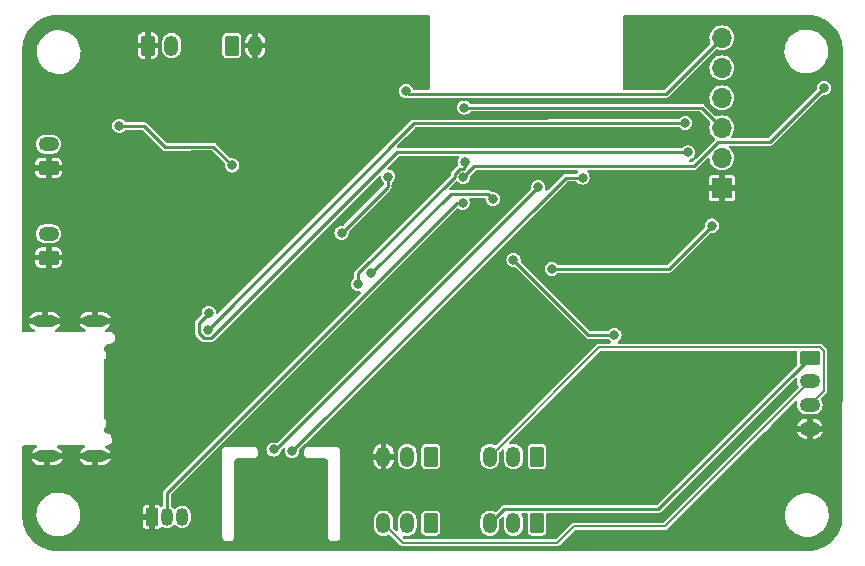
<source format=gbr>
%TF.GenerationSoftware,KiCad,Pcbnew,7.0.1*%
%TF.CreationDate,2023-11-07T22:06:08+01:00*%
%TF.ProjectId,GasWeighter,47617357-6569-4676-9874-65722e6b6963,rev?*%
%TF.SameCoordinates,Original*%
%TF.FileFunction,Copper,L2,Bot*%
%TF.FilePolarity,Positive*%
%FSLAX46Y46*%
G04 Gerber Fmt 4.6, Leading zero omitted, Abs format (unit mm)*
G04 Created by KiCad (PCBNEW 7.0.1) date 2023-11-07 22:06:08*
%MOMM*%
%LPD*%
G01*
G04 APERTURE LIST*
G04 Aperture macros list*
%AMRoundRect*
0 Rectangle with rounded corners*
0 $1 Rounding radius*
0 $2 $3 $4 $5 $6 $7 $8 $9 X,Y pos of 4 corners*
0 Add a 4 corners polygon primitive as box body*
4,1,4,$2,$3,$4,$5,$6,$7,$8,$9,$2,$3,0*
0 Add four circle primitives for the rounded corners*
1,1,$1+$1,$2,$3*
1,1,$1+$1,$4,$5*
1,1,$1+$1,$6,$7*
1,1,$1+$1,$8,$9*
0 Add four rect primitives between the rounded corners*
20,1,$1+$1,$2,$3,$4,$5,0*
20,1,$1+$1,$4,$5,$6,$7,0*
20,1,$1+$1,$6,$7,$8,$9,0*
20,1,$1+$1,$8,$9,$2,$3,0*%
G04 Aperture macros list end*
%TA.AperFunction,ComponentPad*%
%ADD10RoundRect,0.250000X0.625000X-0.350000X0.625000X0.350000X-0.625000X0.350000X-0.625000X-0.350000X0*%
%TD*%
%TA.AperFunction,ComponentPad*%
%ADD11O,1.750000X1.200000*%
%TD*%
%TA.AperFunction,ComponentPad*%
%ADD12O,2.200000X1.000000*%
%TD*%
%TA.AperFunction,ComponentPad*%
%ADD13O,1.200000X1.750000*%
%TD*%
%TA.AperFunction,ComponentPad*%
%ADD14RoundRect,0.250000X-0.350000X-0.625000X0.350000X-0.625000X0.350000X0.625000X-0.350000X0.625000X0*%
%TD*%
%TA.AperFunction,ComponentPad*%
%ADD15RoundRect,0.250000X0.350000X0.625000X-0.350000X0.625000X-0.350000X-0.625000X0.350000X-0.625000X0*%
%TD*%
%TA.AperFunction,ComponentPad*%
%ADD16O,1.700000X1.700000*%
%TD*%
%TA.AperFunction,ComponentPad*%
%ADD17R,1.700000X1.700000*%
%TD*%
%TA.AperFunction,ComponentPad*%
%ADD18R,1.050000X1.500000*%
%TD*%
%TA.AperFunction,ComponentPad*%
%ADD19O,1.050000X1.500000*%
%TD*%
%TA.AperFunction,ComponentPad*%
%ADD20RoundRect,0.250000X-0.625000X0.350000X-0.625000X-0.350000X0.625000X-0.350000X0.625000X0.350000X0*%
%TD*%
%TA.AperFunction,ViaPad*%
%ADD21C,0.800000*%
%TD*%
%TA.AperFunction,Conductor*%
%ADD22C,0.250000*%
%TD*%
%TA.AperFunction,Conductor*%
%ADD23C,0.200000*%
%TD*%
G04 APERTURE END LIST*
D10*
%TO.P,J2,1,Pin_1*%
%TO.N,GND*%
X101550000Y-62350000D03*
D11*
%TO.P,J2,2,Pin_2*%
%TO.N,VDC*%
X101550000Y-60350000D03*
%TD*%
D12*
%TO.P,P1,S1,SHIELD*%
%TO.N,GND*%
X101425000Y-86774981D03*
X105492692Y-86765000D03*
X101217000Y-75335000D03*
X105492692Y-75317635D03*
%TD*%
D13*
%TO.P,J12,2,Pin_2*%
%TO.N,GND*%
X119050000Y-52000000D03*
D14*
%TO.P,J12,1,Pin_1*%
%TO.N,Net-(J12-Pin_1)*%
X117050000Y-52000000D03*
%TD*%
D13*
%TO.P,J9,3,Pin_3*%
%TO.N,/E+*%
X138900000Y-92450000D03*
%TO.P,J9,2,Pin_2*%
%TO.N,Net-(J8-Pin_2)*%
X140900000Y-92450000D03*
D15*
%TO.P,J9,1,Pin_1*%
%TO.N,Net-(J7-Pin_1)*%
X142900000Y-92450000D03*
%TD*%
D13*
%TO.P,J7,3,Pin_3*%
%TO.N,/A-*%
X138900000Y-86800000D03*
%TO.P,J7,2,Pin_2*%
%TO.N,Net-(J6-Pin_2)*%
X140900000Y-86800000D03*
D15*
%TO.P,J7,1,Pin_1*%
%TO.N,Net-(J7-Pin_1)*%
X142900000Y-86800000D03*
%TD*%
D16*
%TO.P,J11,6,Pin_6*%
%TO.N,+3.3V*%
X158550000Y-51350000D03*
%TO.P,J11,5,Pin_5*%
%TO.N,/MCU/RX*%
X158550000Y-53890000D03*
%TO.P,J11,4,Pin_4*%
%TO.N,/MCU/TX*%
X158550000Y-56430000D03*
%TO.P,J11,3,Pin_3*%
%TO.N,/MCU/nRST*%
X158550000Y-58970000D03*
%TO.P,J11,2,Pin_2*%
%TO.N,/MCU/GPIO0*%
X158550000Y-61510000D03*
D17*
%TO.P,J11,1,Pin_1*%
%TO.N,GND*%
X158550000Y-64050000D03*
%TD*%
D18*
%TO.P,U2,1,GND*%
%TO.N,GND*%
X110300000Y-91900000D03*
D19*
%TO.P,U2,2,DQ*%
%TO.N,/MCU/1-Wire*%
X111570000Y-91900000D03*
%TO.P,U2,3,V_{DD}*%
%TO.N,+3.3V*%
X112840000Y-91900000D03*
%TD*%
D13*
%TO.P,J6,3,Pin_3*%
%TO.N,GND*%
X129900000Y-86800000D03*
%TO.P,J6,2,Pin_2*%
%TO.N,Net-(J6-Pin_2)*%
X131900000Y-86800000D03*
D15*
%TO.P,J6,1,Pin_1*%
%TO.N,Net-(J6-Pin_1)*%
X133900000Y-86800000D03*
%TD*%
D13*
%TO.P,J1,2,Pin_2*%
%TO.N,VBatt*%
X111950000Y-52000000D03*
D14*
%TO.P,J1,1,Pin_1*%
%TO.N,GND*%
X109950000Y-52000000D03*
%TD*%
D11*
%TO.P,J10,4,Pin_4*%
%TO.N,GND*%
X165992500Y-84437500D03*
%TO.P,J10,3,Pin_3*%
%TO.N,/A-*%
X165992500Y-82437500D03*
%TO.P,J10,2,Pin_2*%
%TO.N,/A+*%
X165992500Y-80437500D03*
D20*
%TO.P,J10,1,Pin_1*%
%TO.N,/E+*%
X165992500Y-78437500D03*
%TD*%
D10*
%TO.P,J3,1,Pin_1*%
%TO.N,GND*%
X101550000Y-69950000D03*
D11*
%TO.P,J3,2,Pin_2*%
%TO.N,VAA*%
X101550000Y-67950000D03*
%TD*%
D15*
%TO.P,J8,1,Pin_1*%
%TO.N,Net-(J6-Pin_1)*%
X133900000Y-92450000D03*
D13*
%TO.P,J8,2,Pin_2*%
%TO.N,Net-(J8-Pin_2)*%
X131900000Y-92450000D03*
%TO.P,J8,3,Pin_3*%
%TO.N,/A+*%
X129900000Y-92450000D03*
%TD*%
D21*
%TO.N,GND*%
X110500000Y-73750000D03*
X109000000Y-75700000D03*
X111950000Y-75400000D03*
X115800000Y-73650000D03*
%TO.N,VCC*%
X149450000Y-76500000D03*
X140900000Y-70150000D03*
%TO.N,+3.3V*%
X130300000Y-63100000D03*
X126350000Y-67850000D03*
%TO.N,GND*%
X111500000Y-61600000D03*
%TO.N,Net-(D2-K)*%
X117100000Y-62150000D03*
X107537500Y-58800000D03*
%TO.N,GND*%
X106300000Y-61050000D03*
X115650000Y-62350000D03*
X109650000Y-58050000D03*
X109700000Y-59950000D03*
X113200000Y-59850000D03*
X121450000Y-63450000D03*
X158200000Y-80000000D03*
X158550000Y-83900000D03*
%TO.N,/MCU/GPIO0*%
X139150000Y-65000000D03*
X128850000Y-71300000D03*
%TO.N,/MCU/SDA*%
X146750000Y-63175500D03*
%TO.N,/MCU/SCL*%
X143000000Y-64000000D03*
%TO.N,/MCU/SDA*%
X122150000Y-86350000D03*
%TO.N,/MCU/SCL*%
X120600000Y-86200000D03*
%TO.N,/MCU/1-Wire*%
X136600000Y-65300000D03*
%TO.N,/MCU/nRST*%
X136800000Y-61850000D03*
X127750000Y-72200000D03*
%TO.N,+3.3V*%
X157700000Y-67250000D03*
X144150000Y-70900000D03*
%TO.N,/MCU/GPIO16*%
X136650000Y-63150000D03*
X167200000Y-55600000D03*
%TO.N,+3.3V*%
X131800000Y-55850000D03*
%TO.N,/MCU/TX*%
X155700000Y-61050000D03*
%TO.N,/MCU/RX*%
X155450000Y-58550000D03*
X115000000Y-76050000D03*
%TO.N,/MCU/TX*%
X115100000Y-74650000D03*
%TO.N,/MCU/nRST*%
X136750000Y-57250000D03*
%TD*%
D22*
%TO.N,/E+*%
X153180000Y-91250000D02*
X165992500Y-78437500D01*
X140100000Y-91250000D02*
X153180000Y-91250000D01*
X138900000Y-92450000D02*
X140100000Y-91250000D01*
D23*
%TO.N,/A+*%
X153730000Y-92700000D02*
X153990000Y-92440000D01*
X145997792Y-92700000D02*
X153730000Y-92700000D01*
X144597792Y-94100000D02*
X145997792Y-92700000D01*
X129900000Y-92450000D02*
X131550000Y-94100000D01*
X131550000Y-94100000D02*
X144597792Y-94100000D01*
D22*
%TO.N,VCC*%
X147250000Y-76500000D02*
X149450000Y-76500000D01*
X140900000Y-70150000D02*
X147250000Y-76500000D01*
%TO.N,/MCU/SCL*%
X120800000Y-86200000D02*
X143000000Y-64000000D01*
X120600000Y-86200000D02*
X120800000Y-86200000D01*
%TO.N,+3.3V*%
X130300000Y-63100000D02*
X130250000Y-63200000D01*
X130250000Y-63950000D02*
X130300000Y-63100000D01*
X126350000Y-67850000D02*
X130250000Y-63950000D01*
%TO.N,Net-(D2-K)*%
X109600000Y-58800000D02*
X107537500Y-58800000D01*
X111375000Y-60575000D02*
X109600000Y-58800000D01*
X113525305Y-60550000D02*
X113500305Y-60575000D01*
X113500305Y-60575000D02*
X111375000Y-60575000D01*
X117100000Y-62150000D02*
X115500000Y-60550000D01*
X115500000Y-60550000D02*
X113525305Y-60550000D01*
%TO.N,/MCU/nRST*%
X136800000Y-62250000D02*
X136800000Y-61850000D01*
X136625000Y-62425000D02*
X136800000Y-62250000D01*
X135925000Y-62849695D02*
X136349695Y-62425000D01*
X135925000Y-63125000D02*
X135925000Y-62849695D01*
X127750000Y-71300000D02*
X135925000Y-63125000D01*
X127750000Y-72200000D02*
X127750000Y-71300000D01*
X136349695Y-62425000D02*
X136625000Y-62425000D01*
%TO.N,/MCU/GPIO0*%
X138725000Y-64575000D02*
X139150000Y-65000000D01*
X135575000Y-64575000D02*
X138725000Y-64575000D01*
X128850000Y-71300000D02*
X135575000Y-64575000D01*
%TO.N,/MCU/SDA*%
X145324500Y-63175500D02*
X146750000Y-63175500D01*
X122150000Y-86350000D02*
X145324500Y-63175500D01*
X146674500Y-63175500D02*
X146650000Y-63200000D01*
X146750000Y-63175500D02*
X146674500Y-63175500D01*
%TO.N,/MCU/GPIO16*%
X162655000Y-60145000D02*
X167200000Y-55600000D01*
X158253299Y-60145000D02*
X162655000Y-60145000D01*
X156198299Y-62200000D02*
X158253299Y-60145000D01*
X136650000Y-63150000D02*
X137600000Y-62200000D01*
X137600000Y-62200000D02*
X156198299Y-62200000D01*
%TO.N,/MCU/1-Wire*%
X111570000Y-89880000D02*
X136150000Y-65300000D01*
X136150000Y-65300000D02*
X136600000Y-65300000D01*
X111570000Y-91900000D02*
X111570000Y-89880000D01*
%TO.N,+3.3V*%
X154050000Y-70900000D02*
X157700000Y-67250000D01*
X144150000Y-70900000D02*
X154050000Y-70900000D01*
%TO.N,/MCU/1-Wire*%
X136600000Y-65300000D02*
X136550000Y-65300000D01*
%TO.N,/MCU/nRST*%
X136800000Y-61850000D02*
X136750000Y-61900000D01*
%TO.N,+3.3V*%
X153825000Y-56075000D02*
X158550000Y-51350000D01*
X132025000Y-56075000D02*
X153825000Y-56075000D01*
X131800000Y-55850000D02*
X132025000Y-56075000D01*
D23*
%TO.N,/A-*%
X167167500Y-81262500D02*
X165992500Y-82437500D01*
X167167500Y-77859683D02*
X167167500Y-81262500D01*
X166845317Y-77537500D02*
X167167500Y-77859683D01*
X148162500Y-77537500D02*
X166845317Y-77537500D01*
X138900000Y-86800000D02*
X148162500Y-77537500D01*
%TO.N,/A+*%
X153905000Y-92525000D02*
X165992500Y-80437500D01*
D22*
%TO.N,/MCU/TX*%
X114275000Y-76350305D02*
X114275000Y-75475000D01*
X114699695Y-76775000D02*
X114275000Y-76350305D01*
X114275000Y-75475000D02*
X115100000Y-74650000D01*
X131075305Y-61000000D02*
X115300305Y-76775000D01*
X115300305Y-76775000D02*
X114699695Y-76775000D01*
X155650000Y-61000000D02*
X131075305Y-61000000D01*
X155700000Y-61050000D02*
X155650000Y-61000000D01*
%TO.N,/MCU/RX*%
X155450000Y-58550000D02*
X155450000Y-58600000D01*
X132450000Y-58600000D02*
X155450000Y-58550000D01*
X115000000Y-76050000D02*
X132450000Y-58600000D01*
%TO.N,/MCU/nRST*%
X136750000Y-57250000D02*
X156830000Y-57250000D01*
X156830000Y-57250000D02*
X158550000Y-58970000D01*
%TD*%
%TA.AperFunction,Conductor*%
%TO.N,GND*%
G36*
X133737500Y-49417113D02*
G01*
X133782887Y-49462500D01*
X133799500Y-49524500D01*
X133799500Y-55625500D01*
X133782887Y-55687500D01*
X133737500Y-55732887D01*
X133675500Y-55749500D01*
X132491202Y-55749500D01*
X132443749Y-55740061D01*
X132403520Y-55713181D01*
X132376641Y-55672952D01*
X132374514Y-55667818D01*
X132324536Y-55547159D01*
X132253643Y-55454769D01*
X132228282Y-55421717D01*
X132102840Y-55325463D01*
X131956762Y-55264956D01*
X131800000Y-55244317D01*
X131643237Y-55264956D01*
X131497159Y-55325463D01*
X131371717Y-55421717D01*
X131275463Y-55547159D01*
X131214956Y-55693237D01*
X131194317Y-55850000D01*
X131214956Y-56006762D01*
X131275463Y-56152840D01*
X131371717Y-56278282D01*
X131497158Y-56374535D01*
X131497159Y-56374536D01*
X131643238Y-56435044D01*
X131800000Y-56455682D01*
X131956762Y-56435044D01*
X131968939Y-56430000D01*
X157494417Y-56430000D01*
X157514699Y-56635932D01*
X157541858Y-56725463D01*
X157574768Y-56833954D01*
X157672315Y-57016450D01*
X157686486Y-57033717D01*
X157803589Y-57176410D01*
X157883570Y-57242047D01*
X157963550Y-57307685D01*
X158146046Y-57405232D01*
X158344066Y-57465300D01*
X158550000Y-57485583D01*
X158755934Y-57465300D01*
X158953954Y-57405232D01*
X159136450Y-57307685D01*
X159296410Y-57176410D01*
X159427685Y-57016450D01*
X159525232Y-56833954D01*
X159585300Y-56635934D01*
X159605583Y-56430000D01*
X159585300Y-56224066D01*
X159525232Y-56026046D01*
X159427685Y-55843550D01*
X159350501Y-55749500D01*
X159296410Y-55683589D01*
X159194553Y-55599999D01*
X159136450Y-55552315D01*
X158953954Y-55454768D01*
X158854944Y-55424734D01*
X158755932Y-55394699D01*
X158550000Y-55374417D01*
X158344067Y-55394699D01*
X158146043Y-55454769D01*
X157963551Y-55552314D01*
X157803589Y-55683589D01*
X157672314Y-55843551D01*
X157574769Y-56026043D01*
X157514699Y-56224067D01*
X157494417Y-56430000D01*
X131968939Y-56430000D01*
X132017370Y-56409938D01*
X132064823Y-56400500D01*
X136710108Y-56400500D01*
X136750000Y-56410723D01*
X136789892Y-56400500D01*
X153805373Y-56400500D01*
X153816180Y-56400971D01*
X153853807Y-56404264D01*
X153890324Y-56394478D01*
X153900830Y-56392149D01*
X153938045Y-56385588D01*
X153938047Y-56385586D01*
X153939112Y-56385399D01*
X153963799Y-56375173D01*
X153964682Y-56374554D01*
X153964684Y-56374554D01*
X153995625Y-56352887D01*
X154004722Y-56347091D01*
X154037455Y-56328194D01*
X154061748Y-56299241D01*
X154069036Y-56291288D01*
X156470325Y-53889999D01*
X157494417Y-53889999D01*
X157514699Y-54095932D01*
X157515157Y-54097441D01*
X157574768Y-54293954D01*
X157672315Y-54476450D01*
X157723609Y-54538952D01*
X157803589Y-54636410D01*
X157883569Y-54702047D01*
X157963550Y-54767685D01*
X158146046Y-54865232D01*
X158344066Y-54925300D01*
X158550000Y-54945583D01*
X158755934Y-54925300D01*
X158953954Y-54865232D01*
X159136450Y-54767685D01*
X159296410Y-54636410D01*
X159427685Y-54476450D01*
X159525232Y-54293954D01*
X159585300Y-54095934D01*
X159605583Y-53890000D01*
X159585300Y-53684066D01*
X159525232Y-53486046D01*
X159427685Y-53303550D01*
X159362047Y-53223570D01*
X159296410Y-53143589D01*
X159195003Y-53060368D01*
X159136450Y-53012315D01*
X158953954Y-52914768D01*
X158796776Y-52867089D01*
X158755932Y-52854699D01*
X158550000Y-52834417D01*
X158344067Y-52854699D01*
X158146043Y-52914769D01*
X157963551Y-53012314D01*
X157803589Y-53143589D01*
X157672314Y-53303551D01*
X157574769Y-53486043D01*
X157514699Y-53684067D01*
X157494417Y-53889999D01*
X156470325Y-53889999D01*
X157792560Y-52567764D01*
X163845787Y-52567764D01*
X163875413Y-52837016D01*
X163898848Y-52926655D01*
X163943928Y-53099088D01*
X164049870Y-53348390D01*
X164049871Y-53348392D01*
X164190982Y-53579611D01*
X164321863Y-53736881D01*
X164364255Y-53787820D01*
X164565998Y-53968582D01*
X164791910Y-54118044D01*
X164898211Y-54167876D01*
X165037177Y-54233021D01*
X165296562Y-54311058D01*
X165296569Y-54311060D01*
X165564561Y-54350500D01*
X165767631Y-54350500D01*
X165767634Y-54350500D01*
X165970156Y-54335677D01*
X165970156Y-54335676D01*
X166234553Y-54276780D01*
X166487558Y-54180014D01*
X166723777Y-54047441D01*
X166938177Y-53881888D01*
X167126186Y-53686881D01*
X167283799Y-53466579D01*
X167407656Y-53225675D01*
X167495118Y-52969305D01*
X167544319Y-52702933D01*
X167554212Y-52432235D01*
X167524586Y-52162982D01*
X167456072Y-51900912D01*
X167350130Y-51651610D01*
X167239533Y-51470390D01*
X167209017Y-51420388D01*
X167035746Y-51212181D01*
X166930758Y-51118112D01*
X166834002Y-51031418D01*
X166608090Y-50881956D01*
X166582556Y-50869986D01*
X166362822Y-50766978D01*
X166103437Y-50688941D01*
X166103431Y-50688940D01*
X165835439Y-50649500D01*
X165632369Y-50649500D01*
X165632366Y-50649500D01*
X165429843Y-50664322D01*
X165165449Y-50723219D01*
X164912441Y-50819986D01*
X164676223Y-50952559D01*
X164461825Y-51118109D01*
X164273813Y-51313120D01*
X164116201Y-51533420D01*
X163992342Y-51774329D01*
X163904881Y-52030695D01*
X163855680Y-52297066D01*
X163845787Y-52567764D01*
X157792560Y-52567764D01*
X158008714Y-52351610D01*
X158052721Y-52323238D01*
X158104519Y-52315560D01*
X158133688Y-52323894D01*
X158134359Y-52321686D01*
X158146042Y-52325230D01*
X158146046Y-52325232D01*
X158344066Y-52385300D01*
X158550000Y-52405583D01*
X158755934Y-52385300D01*
X158953954Y-52325232D01*
X159136450Y-52227685D01*
X159296410Y-52096410D01*
X159427685Y-51936450D01*
X159525232Y-51753954D01*
X159585300Y-51555934D01*
X159605583Y-51350000D01*
X159585300Y-51144066D01*
X159525232Y-50946046D01*
X159427685Y-50763550D01*
X159323778Y-50636938D01*
X159296410Y-50603589D01*
X159181313Y-50509133D01*
X159136450Y-50472315D01*
X158953954Y-50374768D01*
X158847701Y-50342537D01*
X158755932Y-50314699D01*
X158550000Y-50294417D01*
X158344067Y-50314699D01*
X158146043Y-50374769D01*
X157963551Y-50472314D01*
X157803589Y-50603589D01*
X157672314Y-50763551D01*
X157574769Y-50946043D01*
X157514699Y-51144067D01*
X157494417Y-51349999D01*
X157514699Y-51555932D01*
X157578313Y-51765641D01*
X157576105Y-51766310D01*
X157584439Y-51795496D01*
X157576757Y-51847285D01*
X157548386Y-51891287D01*
X153726493Y-55713181D01*
X153686265Y-55740061D01*
X153638812Y-55749500D01*
X150324500Y-55749500D01*
X150262500Y-55732887D01*
X150217113Y-55687500D01*
X150200500Y-55625500D01*
X150200500Y-49524500D01*
X150217113Y-49462500D01*
X150262500Y-49417113D01*
X150324500Y-49400500D01*
X165796755Y-49400500D01*
X165803243Y-49400669D01*
X165933379Y-49407490D01*
X166113908Y-49417628D01*
X166126309Y-49418955D01*
X166274990Y-49442504D01*
X166276245Y-49442709D01*
X166435324Y-49469738D01*
X166446606Y-49472202D01*
X166595635Y-49512134D01*
X166597761Y-49512725D01*
X166749174Y-49556347D01*
X166759260Y-49559729D01*
X166904726Y-49615568D01*
X166907536Y-49616688D01*
X167051777Y-49676435D01*
X167060595Y-49680501D01*
X167143741Y-49722866D01*
X167200040Y-49751552D01*
X167203726Y-49753509D01*
X167339561Y-49828582D01*
X167347082Y-49833094D01*
X167478738Y-49918593D01*
X167482936Y-49921445D01*
X167609157Y-50011004D01*
X167615437Y-50015767D01*
X167737556Y-50114656D01*
X167742148Y-50118562D01*
X167857424Y-50221579D01*
X167862478Y-50226358D01*
X167973640Y-50337520D01*
X167978419Y-50342574D01*
X168081436Y-50457850D01*
X168085342Y-50462442D01*
X168184231Y-50584561D01*
X168188994Y-50590841D01*
X168278553Y-50717062D01*
X168281419Y-50721281D01*
X168343565Y-50816978D01*
X168366890Y-50852894D01*
X168371423Y-50860449D01*
X168446489Y-50996272D01*
X168448446Y-50999958D01*
X168519494Y-51139396D01*
X168523570Y-51148237D01*
X168547142Y-51205144D01*
X168583279Y-51292386D01*
X168584467Y-51295365D01*
X168640265Y-51440727D01*
X168643655Y-51450836D01*
X168687258Y-51602185D01*
X168687879Y-51604419D01*
X168727791Y-51753370D01*
X168730264Y-51764694D01*
X168757282Y-51923715D01*
X168757507Y-51925087D01*
X168781040Y-52073666D01*
X168782372Y-52086111D01*
X168792498Y-52266421D01*
X168792523Y-52266884D01*
X168799330Y-52396757D01*
X168799500Y-52403247D01*
X168799500Y-72308247D01*
X168756710Y-92269462D01*
X168754958Y-92289967D01*
X168730264Y-92435306D01*
X168727791Y-92446629D01*
X168687879Y-92595579D01*
X168687258Y-92597813D01*
X168643655Y-92749162D01*
X168640265Y-92759271D01*
X168584467Y-92904633D01*
X168583264Y-92907650D01*
X168523570Y-93051761D01*
X168519494Y-93060602D01*
X168448446Y-93200040D01*
X168446489Y-93203726D01*
X168371423Y-93339549D01*
X168366890Y-93347104D01*
X168281419Y-93478717D01*
X168278553Y-93482936D01*
X168188994Y-93609157D01*
X168184231Y-93615437D01*
X168085342Y-93737556D01*
X168081436Y-93742148D01*
X167978419Y-93857424D01*
X167973640Y-93862478D01*
X167862478Y-93973640D01*
X167857424Y-93978419D01*
X167742148Y-94081436D01*
X167737556Y-94085342D01*
X167615437Y-94184231D01*
X167609157Y-94188994D01*
X167482936Y-94278553D01*
X167478717Y-94281419D01*
X167347104Y-94366890D01*
X167339549Y-94371423D01*
X167203726Y-94446489D01*
X167200040Y-94448446D01*
X167060602Y-94519494D01*
X167051761Y-94523570D01*
X166907650Y-94583264D01*
X166904633Y-94584467D01*
X166759271Y-94640265D01*
X166749162Y-94643655D01*
X166597813Y-94687258D01*
X166595579Y-94687879D01*
X166446628Y-94727791D01*
X166435304Y-94730264D01*
X166276283Y-94757282D01*
X166274911Y-94757507D01*
X166126332Y-94781040D01*
X166113887Y-94782372D01*
X165933577Y-94792498D01*
X165933114Y-94792523D01*
X165803243Y-94799330D01*
X165796753Y-94799500D01*
X102303246Y-94799500D01*
X102296756Y-94799330D01*
X102166990Y-94792529D01*
X102166527Y-94792504D01*
X101986102Y-94782371D01*
X101973657Y-94781039D01*
X101825174Y-94757521D01*
X101823802Y-94757296D01*
X101664683Y-94730261D01*
X101653359Y-94727788D01*
X101504434Y-94687883D01*
X101502201Y-94687262D01*
X101350839Y-94643656D01*
X101340729Y-94640266D01*
X101195365Y-94584467D01*
X101192386Y-94583279D01*
X101105144Y-94547142D01*
X101048237Y-94523570D01*
X101039396Y-94519494D01*
X100899958Y-94448446D01*
X100896272Y-94446489D01*
X100760449Y-94371423D01*
X100752901Y-94366894D01*
X100621281Y-94281419D01*
X100617062Y-94278553D01*
X100490841Y-94188994D01*
X100484561Y-94184231D01*
X100362442Y-94085342D01*
X100357850Y-94081436D01*
X100242574Y-93978419D01*
X100237520Y-93973640D01*
X100126358Y-93862478D01*
X100121579Y-93857424D01*
X100037358Y-93763181D01*
X100018557Y-93742142D01*
X100014656Y-93737556D01*
X99944983Y-93651516D01*
X116245536Y-93651516D01*
X116269855Y-93752028D01*
X116324044Y-93840105D01*
X116402798Y-93907127D01*
X116498408Y-93946532D01*
X116528271Y-93948828D01*
X116534820Y-93950500D01*
X116545249Y-93950500D01*
X116554682Y-93950859D01*
X116582399Y-93952973D01*
X116596251Y-93950500D01*
X116897173Y-93950500D01*
X116902824Y-93950628D01*
X116907866Y-93950859D01*
X116946720Y-93952632D01*
X116946720Y-93952631D01*
X116946722Y-93952632D01*
X117037848Y-93931306D01*
X117119634Y-93885811D01*
X117185811Y-93819634D01*
X117231306Y-93737848D01*
X117252632Y-93646722D01*
X117250628Y-93602824D01*
X117250500Y-93597173D01*
X117250500Y-87265252D01*
X117255095Y-87231809D01*
X117276201Y-87156462D01*
X117289758Y-87125320D01*
X117298912Y-87110323D01*
X117307216Y-87098363D01*
X117341060Y-87055275D01*
X117357861Y-87037739D01*
X117373740Y-87024129D01*
X117393636Y-87010210D01*
X117441391Y-86983354D01*
X117454489Y-86976972D01*
X117470703Y-86970223D01*
X117503554Y-86961587D01*
X117585155Y-86951783D01*
X117589669Y-86951327D01*
X117590096Y-86951292D01*
X117609648Y-86951237D01*
X117632401Y-86952973D01*
X117646251Y-86950500D01*
X118895222Y-86950500D01*
X118904732Y-86950865D01*
X118907071Y-86951044D01*
X118951516Y-86954464D01*
X119052028Y-86930145D01*
X119140105Y-86875956D01*
X119207127Y-86797202D01*
X119246532Y-86701592D01*
X119248733Y-86672973D01*
X119250500Y-86666321D01*
X119250500Y-86654751D01*
X119250859Y-86645318D01*
X119252973Y-86617600D01*
X119250500Y-86603749D01*
X119250500Y-86304778D01*
X119250865Y-86295268D01*
X119251872Y-86282180D01*
X119254464Y-86248484D01*
X119230145Y-86147972D01*
X119175956Y-86059895D01*
X119165319Y-86050843D01*
X119097202Y-85992873D01*
X119084071Y-85987461D01*
X119001592Y-85953468D01*
X119001591Y-85953467D01*
X119001589Y-85953467D01*
X118970178Y-85951050D01*
X118963778Y-85949500D01*
X118954751Y-85949500D01*
X118945318Y-85949141D01*
X118917600Y-85947026D01*
X118903749Y-85949500D01*
X116602827Y-85949500D01*
X116597175Y-85949371D01*
X116595530Y-85949295D01*
X116553279Y-85947367D01*
X116462152Y-85968694D01*
X116380364Y-86014190D01*
X116314190Y-86080364D01*
X116268694Y-86162152D01*
X116247367Y-86253279D01*
X116249371Y-86297174D01*
X116249500Y-86302827D01*
X116249500Y-93595222D01*
X116249135Y-93604732D01*
X116248312Y-93615437D01*
X116245536Y-93651516D01*
X99944983Y-93651516D01*
X99915767Y-93615437D01*
X99911004Y-93609157D01*
X99821445Y-93482936D01*
X99818593Y-93478738D01*
X99733089Y-93347074D01*
X99728575Y-93339549D01*
X99653504Y-93203718D01*
X99651548Y-93200033D01*
X99633223Y-93164068D01*
X99580491Y-93060576D01*
X99576436Y-93051781D01*
X99516714Y-92907599D01*
X99515562Y-92904710D01*
X99459729Y-92759260D01*
X99456347Y-92749174D01*
X99412725Y-92597761D01*
X99412134Y-92595635D01*
X99372202Y-92446606D01*
X99369738Y-92435324D01*
X99342709Y-92276245D01*
X99342491Y-92274911D01*
X99318955Y-92126309D01*
X99317628Y-92113908D01*
X99307484Y-91933275D01*
X99300669Y-91803243D01*
X99300500Y-91796755D01*
X99300500Y-91767764D01*
X100517107Y-91767764D01*
X100546733Y-92037016D01*
X100576271Y-92150000D01*
X100615248Y-92299088D01*
X100691554Y-92478650D01*
X100721191Y-92548392D01*
X100862302Y-92779611D01*
X101035573Y-92987818D01*
X101035575Y-92987820D01*
X101237318Y-93168582D01*
X101463230Y-93318044D01*
X101525221Y-93347104D01*
X101708497Y-93433021D01*
X101947171Y-93504827D01*
X101967889Y-93511060D01*
X102235881Y-93550500D01*
X102438951Y-93550500D01*
X102438954Y-93550500D01*
X102641476Y-93535677D01*
X102664424Y-93530565D01*
X102905873Y-93476780D01*
X103158878Y-93380014D01*
X103395097Y-93247441D01*
X103609497Y-93081888D01*
X103797506Y-92886881D01*
X103955119Y-92666579D01*
X104078976Y-92425675D01*
X104166438Y-92169305D01*
X104170004Y-92150000D01*
X109525000Y-92150000D01*
X109525000Y-92674625D01*
X109539504Y-92747543D01*
X109594760Y-92830239D01*
X109677456Y-92885495D01*
X109750375Y-92900000D01*
X110050000Y-92900000D01*
X110550000Y-92900000D01*
X110849625Y-92900000D01*
X110922543Y-92885495D01*
X111005239Y-92830239D01*
X111034049Y-92787123D01*
X111079895Y-92746024D01*
X111139857Y-92732043D01*
X111199151Y-92748625D01*
X111233374Y-92768384D01*
X111252817Y-92779610D01*
X111280688Y-92795701D01*
X111443161Y-92844342D01*
X111556034Y-92850915D01*
X111612470Y-92854203D01*
X111612470Y-92854202D01*
X111612471Y-92854203D01*
X111779492Y-92824753D01*
X111935219Y-92757579D01*
X112071258Y-92656302D01*
X112108146Y-92612339D01*
X112162989Y-92574725D01*
X112229384Y-92570857D01*
X112288226Y-92601852D01*
X112403812Y-92710902D01*
X112550688Y-92795701D01*
X112713161Y-92844342D01*
X112826034Y-92850915D01*
X112882470Y-92854203D01*
X112882470Y-92854202D01*
X112882471Y-92854203D01*
X113049492Y-92824753D01*
X113205219Y-92757579D01*
X113341258Y-92656302D01*
X113450273Y-92526383D01*
X113526388Y-92374825D01*
X113565500Y-92209799D01*
X113565500Y-91632744D01*
X113550750Y-91506549D01*
X113492744Y-91347180D01*
X113399549Y-91205483D01*
X113276188Y-91089098D01*
X113227500Y-91060988D01*
X113129313Y-91004299D01*
X112966836Y-90955657D01*
X112797529Y-90945796D01*
X112630509Y-90975246D01*
X112474780Y-91042421D01*
X112338741Y-91143698D01*
X112301855Y-91187658D01*
X112247009Y-91225275D01*
X112180614Y-91229141D01*
X112121772Y-91198146D01*
X112110655Y-91187658D01*
X112006188Y-91089098D01*
X111957499Y-91060987D01*
X111912113Y-91015601D01*
X111895500Y-90953601D01*
X111895500Y-90066188D01*
X111904939Y-90018735D01*
X111931819Y-89978507D01*
X124008407Y-77901919D01*
X136100668Y-65809657D01*
X136151060Y-65779079D01*
X136209880Y-65775224D01*
X136263834Y-65798965D01*
X136297159Y-65824536D01*
X136443238Y-65885044D01*
X136600000Y-65905682D01*
X136756762Y-65885044D01*
X136902841Y-65824536D01*
X137028282Y-65728282D01*
X137124536Y-65602841D01*
X137185044Y-65456762D01*
X137205682Y-65300000D01*
X137185044Y-65143238D01*
X137158949Y-65080239D01*
X137155517Y-65071952D01*
X137146675Y-65012345D01*
X137166976Y-64955609D01*
X137211625Y-64915142D01*
X137270078Y-64900500D01*
X138422474Y-64900500D01*
X138479731Y-64914511D01*
X138524049Y-64953377D01*
X138545412Y-65008313D01*
X138550480Y-65046806D01*
X138564956Y-65156762D01*
X138625463Y-65302840D01*
X138721717Y-65428282D01*
X138847159Y-65524536D01*
X138993238Y-65585044D01*
X139128413Y-65602840D01*
X139149999Y-65605682D01*
X139149999Y-65605681D01*
X139150000Y-65605682D01*
X139306762Y-65585044D01*
X139452841Y-65524536D01*
X139578282Y-65428282D01*
X139674536Y-65302841D01*
X139735044Y-65156762D01*
X139755682Y-65000000D01*
X139735044Y-64843238D01*
X139674536Y-64697159D01*
X139664992Y-64684721D01*
X139578282Y-64571717D01*
X139452840Y-64475463D01*
X139306762Y-64414956D01*
X139149999Y-64394317D01*
X139082180Y-64403246D01*
X139026136Y-64397726D01*
X138978314Y-64367988D01*
X138969043Y-64358717D01*
X138961734Y-64350741D01*
X138937454Y-64321805D01*
X138904736Y-64302915D01*
X138895627Y-64297112D01*
X138864684Y-64275446D01*
X138863803Y-64274829D01*
X138839107Y-64264599D01*
X138800852Y-64257853D01*
X138790296Y-64255512D01*
X138753807Y-64245735D01*
X138716180Y-64249028D01*
X138705372Y-64249500D01*
X135594619Y-64249500D01*
X135583815Y-64249028D01*
X135573170Y-64248097D01*
X135552146Y-64246257D01*
X135487468Y-64221103D01*
X135446434Y-64165138D01*
X135441896Y-64095890D01*
X135475274Y-64035050D01*
X135995969Y-63514355D01*
X136056810Y-63480977D01*
X136126059Y-63485516D01*
X136182024Y-63526552D01*
X136221717Y-63578282D01*
X136347158Y-63674535D01*
X136347159Y-63674536D01*
X136493238Y-63735044D01*
X136650000Y-63755682D01*
X136806762Y-63735044D01*
X136952841Y-63674536D01*
X137078282Y-63578282D01*
X137174536Y-63452841D01*
X137235044Y-63306762D01*
X137255682Y-63150000D01*
X137246753Y-63082180D01*
X137252273Y-63026137D01*
X137282011Y-62978314D01*
X137698507Y-62561819D01*
X137738735Y-62534939D01*
X137786188Y-62525500D01*
X146245374Y-62525500D01*
X146304542Y-62540527D01*
X146349369Y-62581965D01*
X146368992Y-62639771D01*
X146358654Y-62699936D01*
X146331614Y-62734234D01*
X146331656Y-62734266D01*
X146280077Y-62801486D01*
X146236545Y-62837212D01*
X146181701Y-62850000D01*
X145344119Y-62850000D01*
X145333312Y-62849528D01*
X145330798Y-62849308D01*
X145295691Y-62846236D01*
X145259210Y-62856011D01*
X145248655Y-62858352D01*
X145237314Y-62860351D01*
X145211455Y-62864912D01*
X145211453Y-62864912D01*
X145210397Y-62865099D01*
X145185692Y-62875332D01*
X145153878Y-62897607D01*
X145144761Y-62903415D01*
X145112045Y-62922304D01*
X145087762Y-62951243D01*
X145080456Y-62959215D01*
X143798183Y-64241488D01*
X143745720Y-64272701D01*
X143684721Y-64275097D01*
X143629970Y-64248097D01*
X143594738Y-64198244D01*
X143587563Y-64137624D01*
X143605682Y-64000000D01*
X143585044Y-63843238D01*
X143524536Y-63697159D01*
X143452886Y-63603782D01*
X143428282Y-63571717D01*
X143302840Y-63475463D01*
X143156762Y-63414956D01*
X142999999Y-63394317D01*
X142843237Y-63414956D01*
X142697159Y-63475463D01*
X142571717Y-63571717D01*
X142475463Y-63697159D01*
X142414956Y-63843237D01*
X142394317Y-64000000D01*
X142403246Y-64067818D01*
X142397726Y-64123862D01*
X142367988Y-64171684D01*
X120934110Y-85605562D01*
X120893882Y-85632442D01*
X120846429Y-85641881D01*
X120798977Y-85632442D01*
X120783804Y-85626157D01*
X120756761Y-85614955D01*
X120600000Y-85594317D01*
X120443237Y-85614956D01*
X120297159Y-85675463D01*
X120171717Y-85771717D01*
X120075463Y-85897159D01*
X120014956Y-86043237D01*
X119994317Y-86200000D01*
X120014956Y-86356762D01*
X120075463Y-86502840D01*
X120171717Y-86628282D01*
X120297159Y-86724536D01*
X120443238Y-86785044D01*
X120600000Y-86805682D01*
X120756762Y-86785044D01*
X120902841Y-86724536D01*
X121028282Y-86628282D01*
X121124536Y-86502841D01*
X121185044Y-86356762D01*
X121191903Y-86304657D01*
X121203628Y-86266002D01*
X121227157Y-86233167D01*
X121351818Y-86108506D01*
X121404279Y-86077295D01*
X121465278Y-86074899D01*
X121520028Y-86101898D01*
X121555261Y-86151751D01*
X121562436Y-86212374D01*
X121544317Y-86349999D01*
X121564956Y-86506762D01*
X121625463Y-86652840D01*
X121721717Y-86778282D01*
X121746376Y-86797203D01*
X121847159Y-86874536D01*
X121993238Y-86935044D01*
X122150000Y-86955682D01*
X122306762Y-86935044D01*
X122452841Y-86874536D01*
X122578282Y-86778282D01*
X122674536Y-86652841D01*
X122735044Y-86506762D01*
X122755682Y-86350000D01*
X122749094Y-86299962D01*
X122746753Y-86282180D01*
X122750072Y-86248484D01*
X123195536Y-86248484D01*
X123199135Y-86295268D01*
X123199500Y-86304778D01*
X123199500Y-86603749D01*
X123197026Y-86617600D01*
X123199141Y-86645318D01*
X123199500Y-86654751D01*
X123199500Y-86663778D01*
X123201050Y-86670178D01*
X123203467Y-86701589D01*
X123203467Y-86701591D01*
X123203468Y-86701592D01*
X123235075Y-86778282D01*
X123242873Y-86797202D01*
X123308686Y-86874536D01*
X123309895Y-86875956D01*
X123397972Y-86930145D01*
X123498484Y-86954464D01*
X123543099Y-86951031D01*
X123545268Y-86950865D01*
X123554778Y-86950500D01*
X124803749Y-86950500D01*
X124817598Y-86952973D01*
X124840351Y-86951237D01*
X124859878Y-86951290D01*
X124860279Y-86951323D01*
X124864892Y-86951789D01*
X124935595Y-86960284D01*
X124946437Y-86961587D01*
X124979299Y-86970224D01*
X124995496Y-86976967D01*
X125008617Y-86983360D01*
X125020898Y-86990266D01*
X125056353Y-87010204D01*
X125076270Y-87024138D01*
X125092131Y-87037734D01*
X125108944Y-87055283D01*
X125142768Y-87098344D01*
X125151094Y-87110335D01*
X125160236Y-87125312D01*
X125173800Y-87156470D01*
X125194904Y-87231809D01*
X125199500Y-87265256D01*
X125199500Y-93597173D01*
X125199371Y-93602826D01*
X125197367Y-93646720D01*
X125207699Y-93690867D01*
X125218694Y-93737848D01*
X125264189Y-93819634D01*
X125330366Y-93885811D01*
X125412152Y-93931306D01*
X125503278Y-93952632D01*
X125503278Y-93952631D01*
X125503279Y-93952632D01*
X125542134Y-93950859D01*
X125547175Y-93950628D01*
X125552827Y-93950500D01*
X125853749Y-93950500D01*
X125867600Y-93952973D01*
X125895318Y-93950859D01*
X125904751Y-93950500D01*
X125916321Y-93950500D01*
X125922973Y-93948733D01*
X125951592Y-93946532D01*
X126047202Y-93907127D01*
X126125956Y-93840105D01*
X126180145Y-93752028D01*
X126204464Y-93651516D01*
X126200865Y-93604732D01*
X126200500Y-93595222D01*
X126200500Y-92769957D01*
X129099500Y-92769957D01*
X129114631Y-92904251D01*
X129114631Y-92904253D01*
X129114632Y-92904255D01*
X129174211Y-93074522D01*
X129210258Y-93131890D01*
X129270185Y-93227264D01*
X129397735Y-93354814D01*
X129397737Y-93354815D01*
X129397738Y-93354816D01*
X129550478Y-93450789D01*
X129720745Y-93510368D01*
X129900000Y-93530565D01*
X130079255Y-93510368D01*
X130249522Y-93450789D01*
X130304767Y-93416075D01*
X130356852Y-93397850D01*
X130411691Y-93404028D01*
X130458418Y-93433389D01*
X131288550Y-94263521D01*
X131298507Y-94277358D01*
X131306041Y-94284226D01*
X131306042Y-94284228D01*
X131319429Y-94296432D01*
X131340316Y-94315474D01*
X131344457Y-94319429D01*
X131357888Y-94332860D01*
X131369328Y-94341922D01*
X131389065Y-94359915D01*
X131389066Y-94359915D01*
X131389067Y-94359916D01*
X131395340Y-94362346D01*
X131395523Y-94362417D01*
X131420810Y-94375745D01*
X131426519Y-94379656D01*
X131452514Y-94385769D01*
X131468910Y-94390846D01*
X131493827Y-94400500D01*
X131500751Y-94400500D01*
X131529140Y-94403793D01*
X131535881Y-94405379D01*
X131562333Y-94401688D01*
X131579465Y-94400500D01*
X144528549Y-94400500D01*
X144545369Y-94403243D01*
X144555554Y-94402772D01*
X144555557Y-94402773D01*
X144601872Y-94400631D01*
X144607597Y-94400500D01*
X144626616Y-94400500D01*
X144641110Y-94398817D01*
X144667784Y-94397585D01*
X144674122Y-94394786D01*
X144701425Y-94386332D01*
X144708225Y-94385061D01*
X144730935Y-94370998D01*
X144746117Y-94362996D01*
X144770557Y-94352206D01*
X144775451Y-94347311D01*
X144797855Y-94329564D01*
X144803744Y-94325919D01*
X144819845Y-94304595D01*
X144831105Y-94291656D01*
X146085943Y-93036819D01*
X146126172Y-93009939D01*
X146173625Y-93000500D01*
X153660757Y-93000500D01*
X153677577Y-93003243D01*
X153687762Y-93002772D01*
X153687765Y-93002773D01*
X153734080Y-93000631D01*
X153739805Y-93000500D01*
X153758824Y-93000500D01*
X153773318Y-92998817D01*
X153799992Y-92997585D01*
X153806330Y-92994786D01*
X153833633Y-92986332D01*
X153840433Y-92985061D01*
X153863143Y-92970998D01*
X153878325Y-92962996D01*
X153902765Y-92952206D01*
X153907658Y-92947312D01*
X153930063Y-92929564D01*
X153935952Y-92925919D01*
X153952049Y-92904601D01*
X153963310Y-92891659D01*
X154222175Y-92632797D01*
X154222176Y-92632794D01*
X154236401Y-92618570D01*
X154236403Y-92618566D01*
X155037205Y-91817764D01*
X163895787Y-91817764D01*
X163925413Y-92087016D01*
X163957513Y-92209799D01*
X163993928Y-92349088D01*
X164099603Y-92597761D01*
X164099871Y-92598392D01*
X164240982Y-92829611D01*
X164413422Y-93036819D01*
X164414255Y-93037820D01*
X164615998Y-93218582D01*
X164841910Y-93368044D01*
X164903999Y-93397150D01*
X165087177Y-93483021D01*
X165311469Y-93550500D01*
X165346569Y-93561060D01*
X165614561Y-93600500D01*
X165817631Y-93600500D01*
X165817634Y-93600500D01*
X166020156Y-93585677D01*
X166020155Y-93585677D01*
X166284553Y-93526780D01*
X166537558Y-93430014D01*
X166773777Y-93297441D01*
X166988177Y-93131888D01*
X167176186Y-92936881D01*
X167333799Y-92716579D01*
X167457656Y-92475675D01*
X167545118Y-92219305D01*
X167594319Y-91952933D01*
X167604212Y-91682235D01*
X167574586Y-91412982D01*
X167506072Y-91150912D01*
X167400130Y-90901610D01*
X167327999Y-90783420D01*
X167259017Y-90670388D01*
X167085746Y-90462181D01*
X167029941Y-90412180D01*
X166884002Y-90281418D01*
X166658090Y-90131956D01*
X166658086Y-90131954D01*
X166412822Y-90016978D01*
X166153437Y-89938941D01*
X166153431Y-89938940D01*
X165885439Y-89899500D01*
X165682369Y-89899500D01*
X165682366Y-89899500D01*
X165479843Y-89914322D01*
X165215449Y-89973219D01*
X164962441Y-90069986D01*
X164726223Y-90202559D01*
X164511825Y-90368109D01*
X164323813Y-90563120D01*
X164166201Y-90783420D01*
X164042342Y-91024329D01*
X163954881Y-91280695D01*
X163905680Y-91547066D01*
X163895787Y-91817764D01*
X155037205Y-91817764D01*
X162167469Y-84687500D01*
X164904758Y-84687500D01*
X164923214Y-84753972D01*
X165009814Y-84917320D01*
X165129512Y-85058237D01*
X165276695Y-85170124D01*
X165444491Y-85247754D01*
X165625057Y-85287500D01*
X165742500Y-85287500D01*
X165742500Y-84687500D01*
X166242500Y-84687500D01*
X166242500Y-85287500D01*
X166313585Y-85287500D01*
X166451301Y-85272522D01*
X166626509Y-85213488D01*
X166784931Y-85118169D01*
X166919155Y-84991024D01*
X167022913Y-84837992D01*
X167082876Y-84687500D01*
X166242500Y-84687500D01*
X165742500Y-84687500D01*
X164904758Y-84687500D01*
X162167469Y-84687500D01*
X162667470Y-84187499D01*
X164902124Y-84187499D01*
X164902125Y-84187500D01*
X165742500Y-84187500D01*
X165742500Y-83587500D01*
X166242500Y-83587500D01*
X166242500Y-84187500D01*
X167080242Y-84187500D01*
X167080242Y-84187499D01*
X167061785Y-84121027D01*
X166975185Y-83957679D01*
X166855487Y-83816762D01*
X166708304Y-83704875D01*
X166540508Y-83627245D01*
X166359943Y-83587500D01*
X166242500Y-83587500D01*
X165742500Y-83587500D01*
X165671415Y-83587500D01*
X165533698Y-83602477D01*
X165358490Y-83661511D01*
X165200068Y-83756830D01*
X165065844Y-83883975D01*
X164962086Y-84037007D01*
X164902124Y-84187499D01*
X162667470Y-84187499D01*
X164728514Y-82126455D01*
X164785894Y-82093897D01*
X164851854Y-82095376D01*
X164907718Y-82130477D01*
X164937672Y-82189262D01*
X164933236Y-82255089D01*
X164932131Y-82258245D01*
X164911934Y-82437499D01*
X164932131Y-82616751D01*
X164932131Y-82616753D01*
X164932132Y-82616755D01*
X164991711Y-82787022D01*
X164991712Y-82787023D01*
X165087685Y-82939764D01*
X165215235Y-83067314D01*
X165215237Y-83067315D01*
X165215238Y-83067316D01*
X165367978Y-83163289D01*
X165538245Y-83222868D01*
X165605395Y-83230434D01*
X165672543Y-83238000D01*
X165672546Y-83238000D01*
X166312454Y-83238000D01*
X166312457Y-83238000D01*
X166370011Y-83231514D01*
X166446755Y-83222868D01*
X166617022Y-83163289D01*
X166769762Y-83067316D01*
X166897316Y-82939762D01*
X166993289Y-82787022D01*
X167052868Y-82616755D01*
X167073065Y-82437500D01*
X167052868Y-82258245D01*
X166993289Y-82087978D01*
X166958575Y-82032731D01*
X166940350Y-81980645D01*
X166946528Y-81925806D01*
X166975887Y-81879082D01*
X167331018Y-81523951D01*
X167344853Y-81513998D01*
X167351725Y-81506459D01*
X167351728Y-81506458D01*
X167382988Y-81472166D01*
X167386879Y-81468090D01*
X167399674Y-81455297D01*
X167399678Y-81455290D01*
X167400367Y-81454602D01*
X167409422Y-81443171D01*
X167411036Y-81441400D01*
X167427416Y-81423433D01*
X167429915Y-81416979D01*
X167443243Y-81391692D01*
X167447157Y-81385981D01*
X167447158Y-81385977D01*
X167453273Y-81359979D01*
X167458350Y-81343581D01*
X167468000Y-81318673D01*
X167468000Y-81311748D01*
X167471294Y-81283358D01*
X167471319Y-81283249D01*
X167472879Y-81276619D01*
X167469189Y-81250167D01*
X167468000Y-81233036D01*
X167468000Y-77928930D01*
X167470744Y-77912103D01*
X167470273Y-77901920D01*
X167470274Y-77901919D01*
X167468132Y-77855591D01*
X167468000Y-77849865D01*
X167468000Y-77830865D01*
X167466318Y-77816380D01*
X167465085Y-77789692D01*
X167462285Y-77783351D01*
X167453832Y-77756050D01*
X167452561Y-77749251D01*
X167452561Y-77749250D01*
X167438497Y-77726536D01*
X167430494Y-77711352D01*
X167427290Y-77704095D01*
X167419706Y-77686918D01*
X167414810Y-77682022D01*
X167397063Y-77659616D01*
X167393419Y-77653731D01*
X167372102Y-77637633D01*
X167359148Y-77626360D01*
X167106767Y-77373979D01*
X167096814Y-77360145D01*
X167054998Y-77322024D01*
X167050857Y-77318069D01*
X167037427Y-77304639D01*
X167025995Y-77295583D01*
X167006251Y-77277584D01*
X166999785Y-77275079D01*
X166974509Y-77261756D01*
X166968798Y-77257844D01*
X166968797Y-77257843D01*
X166968795Y-77257842D01*
X166942801Y-77251728D01*
X166926404Y-77246651D01*
X166901490Y-77237000D01*
X166894566Y-77237000D01*
X166866176Y-77233706D01*
X166859436Y-77232121D01*
X166859435Y-77232121D01*
X166848074Y-77233706D01*
X166832983Y-77235811D01*
X166815852Y-77237000D01*
X149841245Y-77237000D01*
X149782077Y-77221973D01*
X149737250Y-77180535D01*
X149717627Y-77122729D01*
X149727965Y-77062564D01*
X149765759Y-77014624D01*
X149878282Y-76928282D01*
X149919923Y-76874014D01*
X149974536Y-76802841D01*
X150035044Y-76656762D01*
X150055682Y-76500000D01*
X150035044Y-76343238D01*
X149974536Y-76197159D01*
X149957149Y-76174500D01*
X149878282Y-76071717D01*
X149752840Y-75975463D01*
X149606762Y-75914956D01*
X149450000Y-75894317D01*
X149293237Y-75914956D01*
X149147159Y-75975463D01*
X149021718Y-76071717D01*
X148980077Y-76125986D01*
X148936545Y-76161712D01*
X148881701Y-76174500D01*
X147436188Y-76174500D01*
X147388735Y-76165061D01*
X147348507Y-76138181D01*
X142110326Y-70900000D01*
X143544317Y-70900000D01*
X143564956Y-71056762D01*
X143625463Y-71202840D01*
X143721717Y-71328282D01*
X143847158Y-71424535D01*
X143847159Y-71424536D01*
X143993238Y-71485044D01*
X144150000Y-71505682D01*
X144306762Y-71485044D01*
X144452841Y-71424536D01*
X144578282Y-71328282D01*
X144619923Y-71274013D01*
X144663455Y-71238288D01*
X144718299Y-71225500D01*
X154030373Y-71225500D01*
X154041180Y-71225971D01*
X154078807Y-71229264D01*
X154115324Y-71219478D01*
X154125830Y-71217149D01*
X154163045Y-71210588D01*
X154163047Y-71210586D01*
X154164112Y-71210399D01*
X154188799Y-71200173D01*
X154189682Y-71199554D01*
X154189684Y-71199554D01*
X154220625Y-71177887D01*
X154229722Y-71172091D01*
X154262455Y-71153194D01*
X154286748Y-71124241D01*
X154294036Y-71116288D01*
X157528315Y-67882009D01*
X157576136Y-67852273D01*
X157632180Y-67846753D01*
X157700000Y-67855682D01*
X157856762Y-67835044D01*
X158002841Y-67774536D01*
X158128282Y-67678282D01*
X158224536Y-67552841D01*
X158285044Y-67406762D01*
X158305682Y-67250000D01*
X158285044Y-67093238D01*
X158224536Y-66947159D01*
X158224535Y-66947158D01*
X158128282Y-66821717D01*
X158002840Y-66725463D01*
X157856762Y-66664956D01*
X157699999Y-66644317D01*
X157543237Y-66664956D01*
X157397159Y-66725463D01*
X157271717Y-66821717D01*
X157175463Y-66947159D01*
X157114956Y-67093237D01*
X157094317Y-67250000D01*
X157103246Y-67317818D01*
X157097726Y-67373862D01*
X157067988Y-67421684D01*
X153951493Y-70538181D01*
X153911265Y-70565061D01*
X153863812Y-70574500D01*
X144718299Y-70574500D01*
X144663455Y-70561712D01*
X144619923Y-70525986D01*
X144578281Y-70471717D01*
X144452840Y-70375463D01*
X144306762Y-70314956D01*
X144149999Y-70294317D01*
X143993237Y-70314956D01*
X143847159Y-70375463D01*
X143721717Y-70471717D01*
X143625463Y-70597159D01*
X143564956Y-70743237D01*
X143544317Y-70900000D01*
X142110326Y-70900000D01*
X141532011Y-70321685D01*
X141502273Y-70273862D01*
X141496753Y-70217818D01*
X141505682Y-70149999D01*
X141502964Y-70129360D01*
X141485044Y-69993238D01*
X141424536Y-69847159D01*
X141424535Y-69847158D01*
X141328282Y-69721717D01*
X141202840Y-69625463D01*
X141056762Y-69564956D01*
X140900000Y-69544317D01*
X140743237Y-69564956D01*
X140597159Y-69625463D01*
X140471717Y-69721717D01*
X140375463Y-69847159D01*
X140314956Y-69993237D01*
X140294317Y-70150000D01*
X140314956Y-70306762D01*
X140375463Y-70452840D01*
X140471717Y-70578282D01*
X140597158Y-70674535D01*
X140597159Y-70674536D01*
X140743238Y-70735044D01*
X140874106Y-70752273D01*
X140899999Y-70755682D01*
X140899999Y-70755681D01*
X140900000Y-70755682D01*
X140967818Y-70746753D01*
X141023862Y-70752273D01*
X141071685Y-70782011D01*
X147005950Y-76716276D01*
X147013258Y-76724250D01*
X147037545Y-76753194D01*
X147061594Y-76767079D01*
X147070256Y-76772080D01*
X147079379Y-76777892D01*
X147110316Y-76799554D01*
X147110317Y-76799554D01*
X147111198Y-76800171D01*
X147135891Y-76810400D01*
X147136954Y-76810587D01*
X147136955Y-76810588D01*
X147174146Y-76817145D01*
X147184704Y-76819486D01*
X147221191Y-76829263D01*
X147221192Y-76829262D01*
X147221193Y-76829263D01*
X147258811Y-76825971D01*
X147269618Y-76825500D01*
X148881701Y-76825500D01*
X148936545Y-76838288D01*
X148980077Y-76874014D01*
X149021718Y-76928282D01*
X149134241Y-77014624D01*
X149172035Y-77062564D01*
X149182373Y-77122729D01*
X149162750Y-77180535D01*
X149117923Y-77221973D01*
X149058755Y-77237000D01*
X148231743Y-77237000D01*
X148214922Y-77234256D01*
X148171808Y-77236249D01*
X148158419Y-77236868D01*
X148152695Y-77237000D01*
X148133683Y-77237000D01*
X148119195Y-77238681D01*
X148092507Y-77239915D01*
X148086166Y-77242715D01*
X148058878Y-77251165D01*
X148052068Y-77252438D01*
X148029359Y-77266498D01*
X148014177Y-77274500D01*
X147989733Y-77285294D01*
X147984833Y-77290194D01*
X147962443Y-77307929D01*
X147956548Y-77311579D01*
X147940450Y-77332896D01*
X147929179Y-77345848D01*
X139458418Y-85816609D01*
X139411692Y-85845969D01*
X139356854Y-85852148D01*
X139304766Y-85833922D01*
X139249526Y-85799213D01*
X139249524Y-85799212D01*
X139249522Y-85799211D01*
X139079255Y-85739632D01*
X139079253Y-85739631D01*
X139079251Y-85739631D01*
X138900000Y-85719434D01*
X138720748Y-85739631D01*
X138720745Y-85739631D01*
X138720745Y-85739632D01*
X138550478Y-85799211D01*
X138550476Y-85799211D01*
X138550476Y-85799212D01*
X138397735Y-85895185D01*
X138270185Y-86022735D01*
X138174212Y-86175476D01*
X138174211Y-86175478D01*
X138148665Y-86248484D01*
X138114631Y-86345748D01*
X138099500Y-86480043D01*
X138099500Y-87119957D01*
X138114631Y-87254251D01*
X138114631Y-87254253D01*
X138114632Y-87254255D01*
X138174211Y-87424522D01*
X138208609Y-87479266D01*
X138270185Y-87577264D01*
X138397735Y-87704814D01*
X138397737Y-87704815D01*
X138397738Y-87704816D01*
X138550478Y-87800789D01*
X138720745Y-87860368D01*
X138900000Y-87880565D01*
X139079255Y-87860368D01*
X139249522Y-87800789D01*
X139402262Y-87704816D01*
X139529816Y-87577262D01*
X139625789Y-87424522D01*
X139685368Y-87254255D01*
X139697954Y-87142553D01*
X139700500Y-87119957D01*
X139700500Y-86475832D01*
X139709939Y-86428379D01*
X139736819Y-86388151D01*
X139822143Y-86302827D01*
X139911014Y-86213955D01*
X139968394Y-86181397D01*
X140034354Y-86182876D01*
X140090218Y-86217977D01*
X140120172Y-86276762D01*
X140115736Y-86342589D01*
X140114631Y-86345745D01*
X140099500Y-86480043D01*
X140099500Y-87119957D01*
X140114631Y-87254251D01*
X140114631Y-87254253D01*
X140114632Y-87254255D01*
X140174211Y-87424522D01*
X140208609Y-87479266D01*
X140270185Y-87577264D01*
X140397735Y-87704814D01*
X140397737Y-87704815D01*
X140397738Y-87704816D01*
X140550478Y-87800789D01*
X140720745Y-87860368D01*
X140900000Y-87880565D01*
X141079255Y-87860368D01*
X141249522Y-87800789D01*
X141402262Y-87704816D01*
X141529816Y-87577262D01*
X141591389Y-87479269D01*
X142099500Y-87479269D01*
X142102353Y-87509696D01*
X142147207Y-87637884D01*
X142227849Y-87747150D01*
X142337115Y-87827792D01*
X142337118Y-87827793D01*
X142465301Y-87872646D01*
X142477474Y-87873787D01*
X142495731Y-87875500D01*
X142495734Y-87875500D01*
X143304266Y-87875500D01*
X143304269Y-87875500D01*
X143319482Y-87874073D01*
X143334699Y-87872646D01*
X143462882Y-87827793D01*
X143462882Y-87827792D01*
X143462884Y-87827792D01*
X143572150Y-87747150D01*
X143652792Y-87637884D01*
X143652793Y-87637882D01*
X143697646Y-87509699D01*
X143700500Y-87479266D01*
X143700500Y-86120734D01*
X143699353Y-86108508D01*
X143698574Y-86100193D01*
X143697646Y-86090301D01*
X143652793Y-85962118D01*
X143652792Y-85962115D01*
X143572150Y-85852849D01*
X143462884Y-85772207D01*
X143334696Y-85727353D01*
X143304269Y-85724500D01*
X143304266Y-85724500D01*
X142495734Y-85724500D01*
X142495731Y-85724500D01*
X142465303Y-85727353D01*
X142337115Y-85772207D01*
X142227849Y-85852849D01*
X142147207Y-85962115D01*
X142102353Y-86090303D01*
X142099500Y-86120731D01*
X142099500Y-87479269D01*
X141591389Y-87479269D01*
X141625789Y-87424522D01*
X141685368Y-87254255D01*
X141697954Y-87142553D01*
X141700500Y-87119957D01*
X141700500Y-86480043D01*
X141690146Y-86388151D01*
X141685368Y-86345745D01*
X141625789Y-86175478D01*
X141529816Y-86022738D01*
X141529815Y-86022737D01*
X141529814Y-86022735D01*
X141402264Y-85895185D01*
X141291303Y-85825464D01*
X141249522Y-85799211D01*
X141079255Y-85739632D01*
X141079253Y-85739631D01*
X141079251Y-85739631D01*
X140900000Y-85719434D01*
X140720745Y-85739631D01*
X140717589Y-85740736D01*
X140651762Y-85745172D01*
X140592977Y-85715218D01*
X140557876Y-85659354D01*
X140556397Y-85593394D01*
X140588955Y-85536014D01*
X148250651Y-77874319D01*
X148290880Y-77847439D01*
X148338333Y-77838000D01*
X164802759Y-77838000D01*
X164859673Y-77851833D01*
X164903889Y-77890245D01*
X164925542Y-77944667D01*
X164920617Y-77994657D01*
X164917000Y-78033231D01*
X164917000Y-78841769D01*
X164919853Y-78872195D01*
X164919853Y-78872197D01*
X164919854Y-78872199D01*
X164940162Y-78930236D01*
X164944011Y-78998782D01*
X164910801Y-79058870D01*
X153081493Y-90888181D01*
X153041265Y-90915061D01*
X152993812Y-90924500D01*
X140119619Y-90924500D01*
X140108812Y-90924028D01*
X140106298Y-90923808D01*
X140071191Y-90920736D01*
X140034710Y-90930511D01*
X140024155Y-90932852D01*
X140012814Y-90934851D01*
X139986955Y-90939412D01*
X139986953Y-90939412D01*
X139985897Y-90939599D01*
X139961192Y-90949832D01*
X139929378Y-90972107D01*
X139920261Y-90977915D01*
X139887545Y-90996804D01*
X139863262Y-91025743D01*
X139855956Y-91033715D01*
X139436705Y-91452966D01*
X139389979Y-91482326D01*
X139335141Y-91488505D01*
X139283053Y-91470279D01*
X139249526Y-91449213D01*
X139249524Y-91449212D01*
X139249522Y-91449211D01*
X139079255Y-91389632D01*
X139079253Y-91389631D01*
X139079251Y-91389631D01*
X138900000Y-91369434D01*
X138720748Y-91389631D01*
X138720745Y-91389631D01*
X138720745Y-91389632D01*
X138550478Y-91449211D01*
X138550476Y-91449211D01*
X138550476Y-91449212D01*
X138397735Y-91545185D01*
X138270185Y-91672735D01*
X138174212Y-91825476D01*
X138174211Y-91825478D01*
X138129613Y-91952933D01*
X138114631Y-91995748D01*
X138099500Y-92130043D01*
X138099500Y-92769957D01*
X138114631Y-92904251D01*
X138114631Y-92904253D01*
X138114632Y-92904255D01*
X138174211Y-93074522D01*
X138210258Y-93131890D01*
X138270185Y-93227264D01*
X138397735Y-93354814D01*
X138397737Y-93354815D01*
X138397738Y-93354816D01*
X138550478Y-93450789D01*
X138720745Y-93510368D01*
X138900000Y-93530565D01*
X139079255Y-93510368D01*
X139249522Y-93450789D01*
X139402262Y-93354816D01*
X139529816Y-93227262D01*
X139625789Y-93074522D01*
X139685368Y-92904255D01*
X139699412Y-92779610D01*
X139700500Y-92769957D01*
X139700500Y-92161187D01*
X139709939Y-92113734D01*
X139736819Y-92073506D01*
X139814580Y-91995745D01*
X139902155Y-91908169D01*
X139954173Y-91877091D01*
X140014708Y-91874372D01*
X140069303Y-91900664D01*
X140104921Y-91949687D01*
X140113055Y-92009735D01*
X140099500Y-92130042D01*
X140099500Y-92769957D01*
X140114631Y-92904251D01*
X140114631Y-92904253D01*
X140114632Y-92904255D01*
X140174211Y-93074522D01*
X140210258Y-93131890D01*
X140270185Y-93227264D01*
X140397735Y-93354814D01*
X140397737Y-93354815D01*
X140397738Y-93354816D01*
X140550478Y-93450789D01*
X140720745Y-93510368D01*
X140900000Y-93530565D01*
X141079255Y-93510368D01*
X141249522Y-93450789D01*
X141402262Y-93354816D01*
X141529816Y-93227262D01*
X141625789Y-93074522D01*
X141685368Y-92904255D01*
X141699412Y-92779610D01*
X141700500Y-92769957D01*
X141700500Y-92130043D01*
X141685368Y-91995748D01*
X141685368Y-91995745D01*
X141625789Y-91825478D01*
X141607741Y-91796755D01*
X141588085Y-91765471D01*
X141569128Y-91702977D01*
X141584551Y-91639519D01*
X141630078Y-91592697D01*
X141693079Y-91575500D01*
X141985259Y-91575500D01*
X142042173Y-91589333D01*
X142086389Y-91627745D01*
X142108042Y-91682167D01*
X142103117Y-91732157D01*
X142099500Y-91770731D01*
X142099500Y-93129269D01*
X142102353Y-93159696D01*
X142147207Y-93287884D01*
X142227849Y-93397150D01*
X142337115Y-93477792D01*
X142337118Y-93477793D01*
X142465301Y-93522646D01*
X142477474Y-93523787D01*
X142495731Y-93525500D01*
X142495734Y-93525500D01*
X143304266Y-93525500D01*
X143304269Y-93525500D01*
X143319482Y-93524073D01*
X143334699Y-93522646D01*
X143462882Y-93477793D01*
X143462882Y-93477792D01*
X143462884Y-93477792D01*
X143572150Y-93397150D01*
X143652792Y-93287884D01*
X143652793Y-93287882D01*
X143697646Y-93159699D01*
X143700500Y-93129266D01*
X143700500Y-91770734D01*
X143700221Y-91767764D01*
X143696882Y-91732157D01*
X143691958Y-91682167D01*
X143713611Y-91627745D01*
X143757827Y-91589333D01*
X143814741Y-91575500D01*
X153160373Y-91575500D01*
X153171180Y-91575971D01*
X153208807Y-91579264D01*
X153245324Y-91569478D01*
X153255830Y-91567149D01*
X153293045Y-91560588D01*
X153293047Y-91560586D01*
X153294112Y-91560399D01*
X153318799Y-91550173D01*
X153319682Y-91549554D01*
X153319684Y-91549554D01*
X153350625Y-91527887D01*
X153359722Y-91522091D01*
X153392455Y-91503194D01*
X153416748Y-91474241D01*
X153424036Y-91466288D01*
X164719656Y-80170670D01*
X164771673Y-80139592D01*
X164832208Y-80136873D01*
X164886804Y-80163165D01*
X164922421Y-80212189D01*
X164930555Y-80272237D01*
X164911934Y-80437499D01*
X164932131Y-80616751D01*
X164932131Y-80616753D01*
X164932132Y-80616755D01*
X164991711Y-80787022D01*
X164991712Y-80787023D01*
X165026422Y-80842264D01*
X165044648Y-80894353D01*
X165038470Y-80949191D01*
X165009109Y-80995917D01*
X153758652Y-92246374D01*
X153758647Y-92246381D01*
X153641845Y-92363183D01*
X153601620Y-92390061D01*
X153554167Y-92399500D01*
X146067035Y-92399500D01*
X146050214Y-92396756D01*
X146007100Y-92398749D01*
X145993711Y-92399368D01*
X145987987Y-92399500D01*
X145968975Y-92399500D01*
X145954487Y-92401181D01*
X145927799Y-92402415D01*
X145921458Y-92405215D01*
X145894170Y-92413665D01*
X145887360Y-92414938D01*
X145864651Y-92428998D01*
X145849469Y-92437000D01*
X145825025Y-92447794D01*
X145820125Y-92452694D01*
X145797735Y-92470429D01*
X145791840Y-92474079D01*
X145775742Y-92495396D01*
X145764471Y-92508348D01*
X144509640Y-93763181D01*
X144469412Y-93790061D01*
X144421959Y-93799500D01*
X131725834Y-93799500D01*
X131678381Y-93790061D01*
X131638153Y-93763181D01*
X131588960Y-93713988D01*
X131556399Y-93656605D01*
X131557880Y-93590644D01*
X131592983Y-93534779D01*
X131651770Y-93504827D01*
X131717595Y-93509265D01*
X131720745Y-93510368D01*
X131900000Y-93530565D01*
X132079255Y-93510368D01*
X132249522Y-93450789D01*
X132402262Y-93354816D01*
X132529816Y-93227262D01*
X132591389Y-93129269D01*
X133099500Y-93129269D01*
X133102353Y-93159696D01*
X133147207Y-93287884D01*
X133227849Y-93397150D01*
X133337115Y-93477792D01*
X133337118Y-93477793D01*
X133465301Y-93522646D01*
X133477474Y-93523787D01*
X133495731Y-93525500D01*
X133495734Y-93525500D01*
X134304266Y-93525500D01*
X134304269Y-93525500D01*
X134319482Y-93524073D01*
X134334699Y-93522646D01*
X134462882Y-93477793D01*
X134462882Y-93477792D01*
X134462884Y-93477792D01*
X134572150Y-93397150D01*
X134652792Y-93287884D01*
X134652793Y-93287882D01*
X134697646Y-93159699D01*
X134700500Y-93129266D01*
X134700500Y-91770734D01*
X134700221Y-91767764D01*
X134697646Y-91740303D01*
X134697646Y-91740301D01*
X134652793Y-91612118D01*
X134652792Y-91612115D01*
X134572150Y-91502849D01*
X134462884Y-91422207D01*
X134334696Y-91377353D01*
X134304269Y-91374500D01*
X134304266Y-91374500D01*
X133495734Y-91374500D01*
X133495731Y-91374500D01*
X133465303Y-91377353D01*
X133337115Y-91422207D01*
X133227849Y-91502849D01*
X133147207Y-91612115D01*
X133102353Y-91740303D01*
X133099500Y-91770731D01*
X133099500Y-93129269D01*
X132591389Y-93129269D01*
X132625789Y-93074522D01*
X132685368Y-92904255D01*
X132699412Y-92779610D01*
X132700500Y-92769957D01*
X132700500Y-92130043D01*
X132685368Y-91995748D01*
X132685368Y-91995745D01*
X132625789Y-91825478D01*
X132529816Y-91672738D01*
X132529815Y-91672737D01*
X132529814Y-91672735D01*
X132402264Y-91545185D01*
X132283051Y-91470279D01*
X132249522Y-91449211D01*
X132079255Y-91389632D01*
X132079253Y-91389631D01*
X132079251Y-91389631D01*
X131900000Y-91369434D01*
X131720748Y-91389631D01*
X131720745Y-91389631D01*
X131720745Y-91389632D01*
X131550478Y-91449211D01*
X131550476Y-91449211D01*
X131550476Y-91449212D01*
X131397735Y-91545185D01*
X131270185Y-91672735D01*
X131174212Y-91825476D01*
X131174211Y-91825478D01*
X131129613Y-91952933D01*
X131114631Y-91995748D01*
X131099500Y-92130043D01*
X131099500Y-92769957D01*
X131114631Y-92904254D01*
X131115735Y-92907408D01*
X131120171Y-92973235D01*
X131090217Y-93032020D01*
X131034353Y-93067121D01*
X130968393Y-93068600D01*
X130911011Y-93036040D01*
X130736819Y-92861848D01*
X130709939Y-92821620D01*
X130700500Y-92774167D01*
X130700500Y-92130043D01*
X130685368Y-91995748D01*
X130685368Y-91995745D01*
X130625789Y-91825478D01*
X130529816Y-91672738D01*
X130529815Y-91672737D01*
X130529814Y-91672735D01*
X130402264Y-91545185D01*
X130283051Y-91470279D01*
X130249522Y-91449211D01*
X130079255Y-91389632D01*
X130079253Y-91389631D01*
X130079251Y-91389631D01*
X129900000Y-91369434D01*
X129720748Y-91389631D01*
X129720745Y-91389631D01*
X129720745Y-91389632D01*
X129550478Y-91449211D01*
X129550476Y-91449211D01*
X129550476Y-91449212D01*
X129397735Y-91545185D01*
X129270185Y-91672735D01*
X129174212Y-91825476D01*
X129174211Y-91825478D01*
X129129613Y-91952933D01*
X129114631Y-91995748D01*
X129099500Y-92130043D01*
X129099500Y-92769957D01*
X126200500Y-92769957D01*
X126200500Y-87050000D01*
X129050000Y-87050000D01*
X129050000Y-87121085D01*
X129064977Y-87258801D01*
X129124011Y-87434009D01*
X129219330Y-87592431D01*
X129346475Y-87726655D01*
X129499507Y-87830413D01*
X129649999Y-87890375D01*
X129650000Y-87890376D01*
X129650000Y-87050000D01*
X130150000Y-87050000D01*
X130150000Y-87887742D01*
X130216472Y-87869285D01*
X130379820Y-87782685D01*
X130520737Y-87662987D01*
X130632624Y-87515804D01*
X130710254Y-87348008D01*
X130750000Y-87167443D01*
X130750000Y-87119957D01*
X131099500Y-87119957D01*
X131114631Y-87254251D01*
X131114631Y-87254253D01*
X131114632Y-87254255D01*
X131174211Y-87424522D01*
X131208609Y-87479266D01*
X131270185Y-87577264D01*
X131397735Y-87704814D01*
X131397737Y-87704815D01*
X131397738Y-87704816D01*
X131550478Y-87800789D01*
X131720745Y-87860368D01*
X131900000Y-87880565D01*
X132079255Y-87860368D01*
X132249522Y-87800789D01*
X132402262Y-87704816D01*
X132529816Y-87577262D01*
X132591389Y-87479269D01*
X133099500Y-87479269D01*
X133102353Y-87509696D01*
X133147207Y-87637884D01*
X133227849Y-87747150D01*
X133337115Y-87827792D01*
X133337118Y-87827793D01*
X133465301Y-87872646D01*
X133477474Y-87873787D01*
X133495731Y-87875500D01*
X133495734Y-87875500D01*
X134304266Y-87875500D01*
X134304269Y-87875500D01*
X134319482Y-87874072D01*
X134334699Y-87872646D01*
X134462882Y-87827793D01*
X134462882Y-87827792D01*
X134462884Y-87827792D01*
X134572150Y-87747150D01*
X134652792Y-87637884D01*
X134652793Y-87637882D01*
X134697646Y-87509699D01*
X134700500Y-87479266D01*
X134700500Y-86120734D01*
X134699353Y-86108508D01*
X134698574Y-86100193D01*
X134697646Y-86090301D01*
X134652793Y-85962118D01*
X134652792Y-85962115D01*
X134572150Y-85852849D01*
X134462884Y-85772207D01*
X134334696Y-85727353D01*
X134304269Y-85724500D01*
X134304266Y-85724500D01*
X133495734Y-85724500D01*
X133495731Y-85724500D01*
X133465303Y-85727353D01*
X133337115Y-85772207D01*
X133227849Y-85852849D01*
X133147207Y-85962115D01*
X133102353Y-86090303D01*
X133099500Y-86120731D01*
X133099500Y-87479269D01*
X132591389Y-87479269D01*
X132625789Y-87424522D01*
X132685368Y-87254255D01*
X132697954Y-87142553D01*
X132700500Y-87119957D01*
X132700500Y-86480043D01*
X132690146Y-86388151D01*
X132685368Y-86345745D01*
X132625789Y-86175478D01*
X132529816Y-86022738D01*
X132529815Y-86022737D01*
X132529814Y-86022735D01*
X132402264Y-85895185D01*
X132291303Y-85825464D01*
X132249522Y-85799211D01*
X132079255Y-85739632D01*
X132079253Y-85739631D01*
X132079251Y-85739631D01*
X131900000Y-85719434D01*
X131720748Y-85739631D01*
X131720745Y-85739631D01*
X131720745Y-85739632D01*
X131550478Y-85799211D01*
X131550476Y-85799211D01*
X131550476Y-85799212D01*
X131397735Y-85895185D01*
X131270185Y-86022735D01*
X131174212Y-86175476D01*
X131174211Y-86175478D01*
X131148665Y-86248484D01*
X131114631Y-86345748D01*
X131099500Y-86480043D01*
X131099500Y-87119957D01*
X130750000Y-87119957D01*
X130750000Y-87050000D01*
X130150000Y-87050000D01*
X129650000Y-87050000D01*
X129050000Y-87050000D01*
X126200500Y-87050000D01*
X126200500Y-86550000D01*
X129050000Y-86550000D01*
X129650000Y-86550000D01*
X129650000Y-85712258D01*
X129649999Y-85712257D01*
X129583527Y-85730714D01*
X129420179Y-85817314D01*
X129279262Y-85937012D01*
X129167375Y-86084195D01*
X129089745Y-86251991D01*
X129050000Y-86432557D01*
X129050000Y-86550000D01*
X126200500Y-86550000D01*
X126200500Y-86302827D01*
X126200629Y-86297174D01*
X126202632Y-86253279D01*
X126201119Y-86246814D01*
X126181306Y-86162152D01*
X126135811Y-86080366D01*
X126069634Y-86014189D01*
X125987848Y-85968694D01*
X125946003Y-85958901D01*
X125896720Y-85947367D01*
X125854402Y-85949299D01*
X125852824Y-85949371D01*
X125847173Y-85949500D01*
X123546251Y-85949500D01*
X123532399Y-85947026D01*
X123504682Y-85949141D01*
X123495249Y-85949500D01*
X123487248Y-85949500D01*
X123480963Y-85950962D01*
X123448410Y-85953467D01*
X123352797Y-85992873D01*
X123274044Y-86059894D01*
X123219855Y-86147971D01*
X123195536Y-86248484D01*
X122750072Y-86248484D01*
X122752273Y-86226136D01*
X122782009Y-86178315D01*
X123250700Y-85709624D01*
X130150000Y-85709624D01*
X130150000Y-86550000D01*
X130750000Y-86550000D01*
X130750000Y-86478915D01*
X130735022Y-86341198D01*
X130675988Y-86165990D01*
X130580669Y-86007568D01*
X130453524Y-85873344D01*
X130300492Y-85769586D01*
X130150000Y-85709624D01*
X123250700Y-85709624D01*
X144660326Y-64300000D01*
X157450000Y-64300000D01*
X157450000Y-64924625D01*
X157464504Y-64997543D01*
X157519760Y-65080239D01*
X157602456Y-65135495D01*
X157675375Y-65150000D01*
X158300000Y-65150000D01*
X158300000Y-64300000D01*
X158800000Y-64300000D01*
X158800000Y-65150000D01*
X159424625Y-65150000D01*
X159497543Y-65135495D01*
X159580239Y-65080239D01*
X159635495Y-64997543D01*
X159650000Y-64924625D01*
X159650000Y-64300000D01*
X158800000Y-64300000D01*
X158300000Y-64300000D01*
X157450000Y-64300000D01*
X144660326Y-64300000D01*
X145160326Y-63800000D01*
X157450000Y-63800000D01*
X158300000Y-63800000D01*
X158300000Y-62950000D01*
X158800000Y-62950000D01*
X158800000Y-63800000D01*
X159650000Y-63800000D01*
X159650000Y-63175375D01*
X159635495Y-63102456D01*
X159580239Y-63019760D01*
X159497543Y-62964504D01*
X159424625Y-62950000D01*
X158800000Y-62950000D01*
X158300000Y-62950000D01*
X157675375Y-62950000D01*
X157602456Y-62964504D01*
X157519760Y-63019760D01*
X157464504Y-63102456D01*
X157450000Y-63175375D01*
X157450000Y-63800000D01*
X145160326Y-63800000D01*
X145423007Y-63537319D01*
X145463236Y-63510439D01*
X145510689Y-63501000D01*
X146181701Y-63501000D01*
X146236545Y-63513788D01*
X146280076Y-63549513D01*
X146321718Y-63603782D01*
X146447159Y-63700036D01*
X146593238Y-63760544D01*
X146750000Y-63781182D01*
X146906762Y-63760544D01*
X147052841Y-63700036D01*
X147178282Y-63603782D01*
X147274536Y-63478341D01*
X147335044Y-63332262D01*
X147355682Y-63175500D01*
X147335044Y-63018738D01*
X147274536Y-62872659D01*
X147178282Y-62747218D01*
X147168344Y-62734266D01*
X147168385Y-62734234D01*
X147141346Y-62699936D01*
X147131008Y-62639771D01*
X147150631Y-62581965D01*
X147195458Y-62540527D01*
X147254626Y-62525500D01*
X156178672Y-62525500D01*
X156189479Y-62525971D01*
X156227106Y-62529264D01*
X156263623Y-62519478D01*
X156274129Y-62517149D01*
X156311344Y-62510588D01*
X156311346Y-62510586D01*
X156312411Y-62510399D01*
X156337098Y-62500173D01*
X156337981Y-62499554D01*
X156337983Y-62499554D01*
X156368924Y-62477887D01*
X156378021Y-62472091D01*
X156410754Y-62453194D01*
X156435047Y-62424241D01*
X156442335Y-62416288D01*
X157295960Y-61562663D01*
X157356470Y-61529359D01*
X157425413Y-61533594D01*
X157481393Y-61574056D01*
X157507042Y-61638190D01*
X157514699Y-61715932D01*
X157542262Y-61806795D01*
X157574768Y-61913954D01*
X157672315Y-62096450D01*
X157683968Y-62110649D01*
X157803589Y-62256410D01*
X157840161Y-62286423D01*
X157963550Y-62387685D01*
X158146046Y-62485232D01*
X158344066Y-62545300D01*
X158550000Y-62565583D01*
X158755934Y-62545300D01*
X158953954Y-62485232D01*
X159136450Y-62387685D01*
X159296410Y-62256410D01*
X159427685Y-62096450D01*
X159525232Y-61913954D01*
X159585300Y-61715934D01*
X159605583Y-61510000D01*
X159585300Y-61304066D01*
X159525232Y-61106046D01*
X159427685Y-60923550D01*
X159349429Y-60828194D01*
X159296410Y-60763589D01*
X159207171Y-60690354D01*
X159171274Y-60641954D01*
X159162432Y-60582347D01*
X159182733Y-60525610D01*
X159227382Y-60485142D01*
X159285835Y-60470500D01*
X162635373Y-60470500D01*
X162646180Y-60470971D01*
X162683807Y-60474264D01*
X162720324Y-60464478D01*
X162730830Y-60462149D01*
X162768045Y-60455588D01*
X162768047Y-60455586D01*
X162769112Y-60455399D01*
X162793799Y-60445173D01*
X162794682Y-60444554D01*
X162794684Y-60444554D01*
X162825625Y-60422887D01*
X162834722Y-60417091D01*
X162867455Y-60398194D01*
X162891748Y-60369241D01*
X162899036Y-60361288D01*
X167028315Y-56232009D01*
X167076136Y-56202273D01*
X167132180Y-56196753D01*
X167200000Y-56205682D01*
X167356762Y-56185044D01*
X167502841Y-56124536D01*
X167628282Y-56028282D01*
X167724536Y-55902841D01*
X167785044Y-55756762D01*
X167805682Y-55600000D01*
X167785044Y-55443238D01*
X167724536Y-55297159D01*
X167683989Y-55244317D01*
X167628282Y-55171717D01*
X167502840Y-55075463D01*
X167356762Y-55014956D01*
X167200000Y-54994317D01*
X167043237Y-55014956D01*
X166897159Y-55075463D01*
X166771717Y-55171717D01*
X166675463Y-55297159D01*
X166614956Y-55443237D01*
X166594317Y-55600000D01*
X166603246Y-55667818D01*
X166597726Y-55723862D01*
X166567988Y-55771684D01*
X162556493Y-59783181D01*
X162516265Y-59810061D01*
X162468812Y-59819500D01*
X159473982Y-59819500D01*
X159407642Y-59800262D01*
X159361887Y-59748517D01*
X159350914Y-59680322D01*
X159378128Y-59616836D01*
X159383873Y-59609834D01*
X159427685Y-59556450D01*
X159525232Y-59373954D01*
X159585300Y-59175934D01*
X159605583Y-58970000D01*
X159585300Y-58764066D01*
X159525232Y-58566046D01*
X159427685Y-58383550D01*
X159345113Y-58282935D01*
X159296410Y-58223589D01*
X159172278Y-58121718D01*
X159136450Y-58092315D01*
X158953954Y-57994768D01*
X158854943Y-57964733D01*
X158755932Y-57934699D01*
X158550000Y-57914417D01*
X158344067Y-57934699D01*
X158134359Y-57998313D01*
X158133689Y-57996106D01*
X158104486Y-58004441D01*
X158052706Y-57996754D01*
X158008714Y-57968387D01*
X157074042Y-57033716D01*
X157066734Y-57025741D01*
X157042454Y-56996805D01*
X157009736Y-56977915D01*
X157000627Y-56972112D01*
X156969684Y-56950446D01*
X156968803Y-56949829D01*
X156944107Y-56939599D01*
X156905852Y-56932853D01*
X156895296Y-56930512D01*
X156858807Y-56920735D01*
X156821180Y-56924028D01*
X156810372Y-56924500D01*
X137318299Y-56924500D01*
X137263455Y-56911712D01*
X137219923Y-56875986D01*
X137178281Y-56821717D01*
X137052840Y-56725463D01*
X136906762Y-56664956D01*
X136773707Y-56647439D01*
X136750000Y-56637920D01*
X136726293Y-56647439D01*
X136593237Y-56664956D01*
X136447159Y-56725463D01*
X136321717Y-56821717D01*
X136225463Y-56947159D01*
X136164956Y-57093237D01*
X136144317Y-57250000D01*
X136164956Y-57406762D01*
X136225463Y-57552840D01*
X136321717Y-57678282D01*
X136447159Y-57774536D01*
X136593238Y-57835044D01*
X136750000Y-57855682D01*
X136906762Y-57835044D01*
X137052841Y-57774536D01*
X137178282Y-57678282D01*
X137219923Y-57624013D01*
X137263455Y-57588288D01*
X137318299Y-57575500D01*
X156643812Y-57575500D01*
X156691265Y-57584939D01*
X156731492Y-57611818D01*
X157548387Y-58428714D01*
X157576754Y-58472706D01*
X157584441Y-58524486D01*
X157576106Y-58553689D01*
X157578313Y-58554359D01*
X157514699Y-58764067D01*
X157494417Y-58970000D01*
X157514699Y-59175932D01*
X157514700Y-59175934D01*
X157574768Y-59373954D01*
X157672315Y-59556450D01*
X157679029Y-59564631D01*
X157803589Y-59716410D01*
X157883021Y-59781597D01*
X157927401Y-59818019D01*
X157966156Y-59874013D01*
X157969498Y-59942029D01*
X157936418Y-60001553D01*
X156373092Y-61564880D01*
X156320110Y-61596245D01*
X156258572Y-61598260D01*
X156237666Y-61587665D01*
X156248261Y-61608571D01*
X156246246Y-61670108D01*
X156214882Y-61723090D01*
X156099789Y-61838183D01*
X156059564Y-61865061D01*
X156012111Y-61874500D01*
X155902053Y-61874500D01*
X155837263Y-61856227D01*
X155791568Y-61806795D01*
X155778435Y-61740771D01*
X155801735Y-61677614D01*
X155854601Y-61635939D01*
X155879890Y-61625464D01*
X156002841Y-61574536D01*
X156051713Y-61537034D01*
X156108336Y-61512853D01*
X156168810Y-61518809D01*
X156162854Y-61458335D01*
X156187036Y-61401712D01*
X156224536Y-61352841D01*
X156285044Y-61206762D01*
X156305682Y-61050000D01*
X156285044Y-60893238D01*
X156224536Y-60747159D01*
X156180948Y-60690354D01*
X156128282Y-60621717D01*
X156002840Y-60525463D01*
X155856762Y-60464956D01*
X155700000Y-60444317D01*
X155543237Y-60464956D01*
X155397159Y-60525463D01*
X155271718Y-60621716D01*
X155268444Y-60625985D01*
X155224912Y-60661712D01*
X155170067Y-60674500D01*
X131135187Y-60674500D01*
X131078892Y-60660985D01*
X131034869Y-60623385D01*
X131012714Y-60569898D01*
X131017256Y-60512182D01*
X131047506Y-60462819D01*
X131793915Y-59716410D01*
X132548914Y-58961410D01*
X132589015Y-58934585D01*
X132636318Y-58925094D01*
X154882377Y-58876734D01*
X154937368Y-58889462D01*
X154981021Y-58925246D01*
X155005205Y-58956762D01*
X155021718Y-58978282D01*
X155147159Y-59074536D01*
X155293238Y-59135044D01*
X155450000Y-59155682D01*
X155606762Y-59135044D01*
X155752841Y-59074536D01*
X155878282Y-58978282D01*
X155974536Y-58852841D01*
X156035044Y-58706762D01*
X156055682Y-58550000D01*
X156035044Y-58393238D01*
X155974536Y-58247159D01*
X155933989Y-58194317D01*
X155878282Y-58121717D01*
X155752840Y-58025463D01*
X155606762Y-57964956D01*
X155449999Y-57944317D01*
X155293237Y-57964956D01*
X155147161Y-58025462D01*
X155063531Y-58089633D01*
X155021720Y-58121717D01*
X155021717Y-58121719D01*
X154979127Y-58177223D01*
X154935716Y-58212888D01*
X154881022Y-58225735D01*
X132469408Y-58274456D01*
X132458332Y-58273984D01*
X132421194Y-58270735D01*
X132384225Y-58280641D01*
X132373930Y-58282935D01*
X132334912Y-58289902D01*
X132311454Y-58299648D01*
X132278986Y-58322383D01*
X132270098Y-58328059D01*
X132236994Y-58347267D01*
X132213083Y-58375889D01*
X132205604Y-58384068D01*
X115910703Y-74678969D01*
X115851179Y-74712049D01*
X115783163Y-74708707D01*
X115727169Y-74669953D01*
X115700083Y-74607473D01*
X115699132Y-74600248D01*
X115685044Y-74493238D01*
X115624536Y-74347159D01*
X115624535Y-74347158D01*
X115528282Y-74221717D01*
X115402840Y-74125463D01*
X115256762Y-74064956D01*
X115100000Y-74044317D01*
X114943237Y-74064956D01*
X114797159Y-74125463D01*
X114671717Y-74221717D01*
X114575463Y-74347159D01*
X114514956Y-74493237D01*
X114494317Y-74650000D01*
X114503246Y-74717818D01*
X114497726Y-74773862D01*
X114467988Y-74821684D01*
X114058714Y-75230958D01*
X114050741Y-75238264D01*
X114021806Y-75262544D01*
X114002914Y-75295264D01*
X113997106Y-75304380D01*
X113974831Y-75336193D01*
X113964597Y-75360899D01*
X113957852Y-75399148D01*
X113955512Y-75409704D01*
X113945735Y-75446192D01*
X113949028Y-75483820D01*
X113949500Y-75494628D01*
X113949500Y-76330677D01*
X113949028Y-76341485D01*
X113945735Y-76379112D01*
X113955512Y-76415601D01*
X113957853Y-76426157D01*
X113964599Y-76464412D01*
X113974829Y-76489108D01*
X113975446Y-76489989D01*
X113997112Y-76520932D01*
X114002915Y-76530041D01*
X114021806Y-76562760D01*
X114050742Y-76587040D01*
X114058718Y-76594349D01*
X114455650Y-76991282D01*
X114462957Y-76999255D01*
X114487240Y-77028194D01*
X114500698Y-77035963D01*
X114519956Y-77047083D01*
X114529077Y-77052894D01*
X114560890Y-77075169D01*
X114585596Y-77085402D01*
X114586649Y-77085587D01*
X114586650Y-77085588D01*
X114623838Y-77092145D01*
X114634396Y-77094484D01*
X114670888Y-77104263D01*
X114670888Y-77104262D01*
X114670889Y-77104263D01*
X114691781Y-77102435D01*
X114708506Y-77100971D01*
X114719313Y-77100500D01*
X115280678Y-77100500D01*
X115291485Y-77100971D01*
X115329112Y-77104264D01*
X115365629Y-77094478D01*
X115376135Y-77092149D01*
X115413350Y-77085588D01*
X115413352Y-77085586D01*
X115414417Y-77085399D01*
X115439104Y-77075173D01*
X115439987Y-77074554D01*
X115439989Y-77074554D01*
X115470930Y-77052887D01*
X115480027Y-77047091D01*
X115512760Y-77028194D01*
X115537053Y-76999241D01*
X115544341Y-76991288D01*
X129486425Y-63049205D01*
X129545946Y-63016127D01*
X129613962Y-63019469D01*
X129669957Y-63058223D01*
X129697043Y-63120702D01*
X129714956Y-63256762D01*
X129775463Y-63402840D01*
X129870390Y-63526552D01*
X129871718Y-63528282D01*
X129893256Y-63544809D01*
X129930546Y-63591631D01*
X129941557Y-63650467D01*
X129935097Y-63760281D01*
X129924429Y-63803797D01*
X129898992Y-63840680D01*
X126521684Y-67217988D01*
X126473862Y-67247726D01*
X126417818Y-67253246D01*
X126350000Y-67244317D01*
X126193237Y-67264956D01*
X126047159Y-67325463D01*
X125921717Y-67421717D01*
X125825463Y-67547159D01*
X125764956Y-67693237D01*
X125744317Y-67850000D01*
X125764956Y-68006762D01*
X125825463Y-68152840D01*
X125921717Y-68278282D01*
X126047158Y-68374535D01*
X126047159Y-68374536D01*
X126193238Y-68435044D01*
X126350000Y-68455682D01*
X126506762Y-68435044D01*
X126652841Y-68374536D01*
X126778282Y-68278282D01*
X126874536Y-68152841D01*
X126935044Y-68006762D01*
X126955682Y-67850000D01*
X126946752Y-67782180D01*
X126952273Y-67726136D01*
X126982009Y-67678315D01*
X130456919Y-64203405D01*
X130470597Y-64191591D01*
X130490281Y-64176956D01*
X130518335Y-64134353D01*
X130520289Y-64131476D01*
X130549554Y-64089684D01*
X130549554Y-64089681D01*
X130552304Y-64085755D01*
X130553412Y-64081090D01*
X130553414Y-64081088D01*
X130565206Y-64031457D01*
X130566055Y-64028103D01*
X130579263Y-63978809D01*
X130579264Y-63978807D01*
X130577125Y-63954371D01*
X130576868Y-63936297D01*
X130591517Y-63687256D01*
X130605750Y-63636452D01*
X130639816Y-63596164D01*
X130728282Y-63528282D01*
X130824536Y-63402841D01*
X130885044Y-63256762D01*
X130905682Y-63100000D01*
X130885044Y-62943238D01*
X130824536Y-62797159D01*
X130768443Y-62724057D01*
X130728282Y-62671717D01*
X130602840Y-62575463D01*
X130456762Y-62514956D01*
X130320702Y-62497043D01*
X130258223Y-62469957D01*
X130219469Y-62413962D01*
X130216127Y-62345946D01*
X130249205Y-62286425D01*
X131173811Y-61361819D01*
X131214040Y-61334939D01*
X131261493Y-61325500D01*
X136194102Y-61325500D01*
X136259583Y-61344199D01*
X136305314Y-61394657D01*
X136317505Y-61461655D01*
X136292477Y-61524987D01*
X136275463Y-61547159D01*
X136214956Y-61693237D01*
X136194317Y-61850000D01*
X136217087Y-62022947D01*
X136216551Y-62023017D01*
X136222479Y-62061536D01*
X136203532Y-62117352D01*
X136160953Y-62158114D01*
X136137240Y-62171805D01*
X136112957Y-62200743D01*
X136105651Y-62208715D01*
X135708714Y-62605653D01*
X135700741Y-62612959D01*
X135671806Y-62637239D01*
X135652914Y-62669959D01*
X135647106Y-62679075D01*
X135624831Y-62710888D01*
X135614597Y-62735594D01*
X135607852Y-62773843D01*
X135605512Y-62784399D01*
X135595735Y-62820887D01*
X135599028Y-62858515D01*
X135599500Y-62869323D01*
X135599500Y-62938812D01*
X135590061Y-62986265D01*
X135563181Y-63026493D01*
X127533714Y-71055958D01*
X127525741Y-71063264D01*
X127496806Y-71087544D01*
X127477914Y-71120264D01*
X127472106Y-71129380D01*
X127449831Y-71161193D01*
X127439597Y-71185899D01*
X127432852Y-71224148D01*
X127430512Y-71234704D01*
X127420735Y-71271192D01*
X127424028Y-71308820D01*
X127424500Y-71319628D01*
X127424500Y-71631701D01*
X127411712Y-71686545D01*
X127375986Y-71730077D01*
X127321717Y-71771718D01*
X127225463Y-71897159D01*
X127164956Y-72043237D01*
X127144317Y-72200000D01*
X127164956Y-72356762D01*
X127225463Y-72502840D01*
X127321717Y-72628282D01*
X127447159Y-72724536D01*
X127593238Y-72785044D01*
X127729360Y-72802964D01*
X127749999Y-72805682D01*
X127749999Y-72805681D01*
X127750000Y-72805682D01*
X127887624Y-72787563D01*
X127948244Y-72794738D01*
X127998097Y-72829970D01*
X128025097Y-72884721D01*
X128022701Y-72945720D01*
X127991488Y-72998183D01*
X111353714Y-89635958D01*
X111345741Y-89643264D01*
X111316806Y-89667544D01*
X111297914Y-89700264D01*
X111292106Y-89709380D01*
X111269831Y-89741193D01*
X111259597Y-89765899D01*
X111252852Y-89804148D01*
X111250512Y-89814704D01*
X111240735Y-89851192D01*
X111244028Y-89888820D01*
X111244500Y-89899628D01*
X111244500Y-90919065D01*
X111228689Y-90979654D01*
X111185290Y-91024792D01*
X111125368Y-91042969D01*
X111064205Y-91029550D01*
X111017398Y-90987955D01*
X111005241Y-90969761D01*
X110922543Y-90914504D01*
X110849625Y-90900000D01*
X110550000Y-90900000D01*
X110550000Y-92900000D01*
X110050000Y-92900000D01*
X110050000Y-92150000D01*
X109525000Y-92150000D01*
X104170004Y-92150000D01*
X104215639Y-91902933D01*
X104224883Y-91650000D01*
X109525000Y-91650000D01*
X110050000Y-91650000D01*
X110050000Y-90900000D01*
X109750375Y-90900000D01*
X109677456Y-90914504D01*
X109594760Y-90969760D01*
X109539504Y-91052456D01*
X109525000Y-91125375D01*
X109525000Y-91650000D01*
X104224883Y-91650000D01*
X104225532Y-91632235D01*
X104195906Y-91362982D01*
X104127392Y-91100912D01*
X104021450Y-90851610D01*
X103910853Y-90670390D01*
X103880337Y-90620388D01*
X103707066Y-90412181D01*
X103602078Y-90318112D01*
X103505322Y-90231418D01*
X103279410Y-90081956D01*
X103245774Y-90066188D01*
X103034142Y-89966978D01*
X102774757Y-89888941D01*
X102774751Y-89888940D01*
X102506759Y-89849500D01*
X102303689Y-89849500D01*
X102303686Y-89849500D01*
X102101163Y-89864322D01*
X101836769Y-89923219D01*
X101583761Y-90019986D01*
X101347543Y-90152559D01*
X101133145Y-90318109D01*
X100945133Y-90513120D01*
X100787521Y-90733420D01*
X100663662Y-90974329D01*
X100576201Y-91230695D01*
X100527000Y-91497066D01*
X100517107Y-91767764D01*
X99300500Y-91767764D01*
X99300500Y-87024981D01*
X100116038Y-87024981D01*
X100171059Y-87152534D01*
X100275756Y-87293166D01*
X100410060Y-87405861D01*
X100566739Y-87484548D01*
X100737340Y-87524981D01*
X101175000Y-87524981D01*
X101175000Y-87024981D01*
X101675000Y-87024981D01*
X101675000Y-87524981D01*
X102068681Y-87524981D01*
X102199140Y-87509732D01*
X102363889Y-87449768D01*
X102510374Y-87353424D01*
X102630687Y-87225900D01*
X102718349Y-87074062D01*
X102733044Y-87024981D01*
X101675000Y-87024981D01*
X101175000Y-87024981D01*
X100116038Y-87024981D01*
X99300500Y-87024981D01*
X99300500Y-87015000D01*
X104183730Y-87015000D01*
X104238751Y-87142553D01*
X104343448Y-87283185D01*
X104477752Y-87395880D01*
X104634431Y-87474567D01*
X104805032Y-87515000D01*
X105242692Y-87515000D01*
X105242692Y-87015000D01*
X105742692Y-87015000D01*
X105742692Y-87515000D01*
X106136373Y-87515000D01*
X106266832Y-87499751D01*
X106431581Y-87439787D01*
X106578066Y-87343443D01*
X106698379Y-87215919D01*
X106786041Y-87064081D01*
X106800736Y-87015000D01*
X105742692Y-87015000D01*
X105242692Y-87015000D01*
X104183730Y-87015000D01*
X99300500Y-87015000D01*
X99300500Y-85974500D01*
X99317113Y-85912500D01*
X99362500Y-85867113D01*
X99424500Y-85850500D01*
X100468898Y-85850500D01*
X100534608Y-85869342D01*
X100580348Y-85920142D01*
X100592219Y-85987461D01*
X100566611Y-86050842D01*
X100511309Y-86091022D01*
X100486109Y-86100193D01*
X100339625Y-86196537D01*
X100219312Y-86324061D01*
X100131650Y-86475899D01*
X100116956Y-86524981D01*
X102733962Y-86524981D01*
X102678940Y-86397427D01*
X102574243Y-86256795D01*
X102439939Y-86144100D01*
X102322880Y-86085311D01*
X102274145Y-86041429D01*
X102254607Y-85978828D01*
X102269730Y-85915016D01*
X102315286Y-85867842D01*
X102378531Y-85850500D01*
X104509168Y-85850500D01*
X104574878Y-85869342D01*
X104620619Y-85920143D01*
X104632489Y-85987462D01*
X104606881Y-86050843D01*
X104565180Y-86081139D01*
X104565910Y-86082249D01*
X104407317Y-86186556D01*
X104287004Y-86314080D01*
X104199342Y-86465918D01*
X104184648Y-86515000D01*
X106801654Y-86515000D01*
X106746632Y-86387446D01*
X106641935Y-86246814D01*
X106507628Y-86134116D01*
X106410829Y-86085502D01*
X106362054Y-86041560D01*
X106342551Y-85978874D01*
X106357784Y-85915016D01*
X106403485Y-85867885D01*
X106466842Y-85850693D01*
X106468037Y-85850697D01*
X106599274Y-85814732D01*
X106716338Y-85745361D01*
X106810904Y-85647516D01*
X106828729Y-85614956D01*
X106876246Y-85528159D01*
X106876246Y-85528158D01*
X106876247Y-85528157D01*
X106907721Y-85395772D01*
X106903086Y-85259776D01*
X106862671Y-85129841D01*
X106789353Y-85015208D01*
X106688344Y-84924030D01*
X106688343Y-84924029D01*
X106566829Y-84862790D01*
X106510570Y-84851593D01*
X106490215Y-84845695D01*
X106489062Y-84845251D01*
X106484998Y-84843603D01*
X106402406Y-84808386D01*
X106376224Y-84793207D01*
X106357661Y-84779162D01*
X106347726Y-84770792D01*
X106303029Y-84728940D01*
X106288579Y-84712821D01*
X106272483Y-84691358D01*
X106261065Y-84672987D01*
X106233438Y-84618430D01*
X106228204Y-84606594D01*
X106219846Y-84584644D01*
X106212617Y-84555296D01*
X106202023Y-84466885D01*
X106201588Y-84462634D01*
X106201240Y-84458511D01*
X106200996Y-84441151D01*
X106201261Y-84436425D01*
X106214621Y-84386995D01*
X106246810Y-84347180D01*
X106281108Y-84319278D01*
X106368377Y-84195647D01*
X106371273Y-84187500D01*
X106394897Y-84121027D01*
X106419054Y-84053056D01*
X106429381Y-83902079D01*
X106398592Y-83753915D01*
X106328971Y-83619553D01*
X106328970Y-83619551D01*
X106233877Y-83517733D01*
X106209146Y-83478586D01*
X106200500Y-83433096D01*
X106200500Y-78663829D01*
X106212519Y-78610573D01*
X106246246Y-78567640D01*
X106281108Y-78539278D01*
X106368377Y-78415647D01*
X106419054Y-78273056D01*
X106429381Y-78122079D01*
X106398592Y-77973915D01*
X106328971Y-77839553D01*
X106328970Y-77839551D01*
X106240300Y-77744610D01*
X106215038Y-77704095D01*
X106206958Y-77657038D01*
X106217253Y-77610425D01*
X106244678Y-77547522D01*
X106255495Y-77527818D01*
X106275532Y-77498081D01*
X106279885Y-77492026D01*
X106317678Y-77442681D01*
X106329268Y-77429579D01*
X106357542Y-77401843D01*
X106366879Y-77393567D01*
X106413217Y-77356497D01*
X106423326Y-77349215D01*
X106456547Y-77327746D01*
X106471865Y-77319318D01*
X106528506Y-77293185D01*
X106535315Y-77290290D01*
X106568555Y-77277333D01*
X106590162Y-77271103D01*
X106675494Y-77254708D01*
X106677934Y-77254265D01*
X106684533Y-77253135D01*
X106689534Y-77252279D01*
X106710462Y-77250500D01*
X106765892Y-77250500D01*
X106893186Y-77216392D01*
X107007314Y-77150500D01*
X107100500Y-77057314D01*
X107166392Y-76943186D01*
X107200500Y-76815892D01*
X107200500Y-76684108D01*
X107166392Y-76556813D01*
X107100500Y-76442685D01*
X107007314Y-76349499D01*
X106893186Y-76283607D01*
X106765892Y-76249500D01*
X106700099Y-76249500D01*
X106428507Y-76249500D01*
X106362797Y-76230658D01*
X106317057Y-76179858D01*
X106305186Y-76112539D01*
X106330794Y-76049158D01*
X106386096Y-76008978D01*
X106431582Y-75992422D01*
X106578066Y-75896078D01*
X106698379Y-75768554D01*
X106786041Y-75616716D01*
X106800736Y-75567635D01*
X104183730Y-75567635D01*
X104238751Y-75695188D01*
X104343448Y-75835820D01*
X104477752Y-75948515D01*
X104609515Y-76014689D01*
X104658250Y-76058571D01*
X104677788Y-76121172D01*
X104662665Y-76184984D01*
X104617109Y-76232158D01*
X104553864Y-76249500D01*
X102200524Y-76249500D01*
X102134814Y-76230658D01*
X102089073Y-76179857D01*
X102077203Y-76112538D01*
X102102811Y-76049157D01*
X102144511Y-76018860D01*
X102143782Y-76017751D01*
X102302374Y-75913443D01*
X102422687Y-75785919D01*
X102510349Y-75634081D01*
X102525044Y-75585000D01*
X99908038Y-75585000D01*
X99963059Y-75712553D01*
X100067756Y-75853185D01*
X100202060Y-75965880D01*
X100299246Y-76014689D01*
X100347981Y-76058571D01*
X100367519Y-76121172D01*
X100352396Y-76184984D01*
X100306840Y-76232158D01*
X100243595Y-76249500D01*
X99424500Y-76249500D01*
X99362500Y-76232887D01*
X99317113Y-76187500D01*
X99300500Y-76125500D01*
X99300500Y-75085000D01*
X99908956Y-75085000D01*
X100967000Y-75085000D01*
X100967000Y-74585000D01*
X101467000Y-74585000D01*
X101467000Y-75085000D01*
X102525962Y-75085000D01*
X102518471Y-75067635D01*
X104184648Y-75067635D01*
X105242692Y-75067635D01*
X105242692Y-74567635D01*
X105742692Y-74567635D01*
X105742692Y-75067635D01*
X106801654Y-75067635D01*
X106746632Y-74940081D01*
X106641935Y-74799449D01*
X106507631Y-74686754D01*
X106350952Y-74608067D01*
X106180352Y-74567635D01*
X105742692Y-74567635D01*
X105242692Y-74567635D01*
X104849011Y-74567635D01*
X104718551Y-74582883D01*
X104553802Y-74642847D01*
X104407317Y-74739191D01*
X104287004Y-74866715D01*
X104199342Y-75018553D01*
X104184648Y-75067635D01*
X102518471Y-75067635D01*
X102470940Y-74957446D01*
X102366243Y-74816814D01*
X102231939Y-74704119D01*
X102075260Y-74625432D01*
X101904660Y-74585000D01*
X101467000Y-74585000D01*
X100967000Y-74585000D01*
X100573319Y-74585000D01*
X100442859Y-74600248D01*
X100278110Y-74660212D01*
X100131625Y-74756556D01*
X100011312Y-74884080D01*
X99923650Y-75035918D01*
X99908956Y-75085000D01*
X99300500Y-75085000D01*
X99300500Y-70200000D01*
X100425000Y-70200000D01*
X100425000Y-70347824D01*
X100431402Y-70407375D01*
X100481647Y-70542089D01*
X100567811Y-70657188D01*
X100682910Y-70743352D01*
X100817624Y-70793597D01*
X100877176Y-70800000D01*
X101300000Y-70800000D01*
X101300000Y-70200000D01*
X101800000Y-70200000D01*
X101800000Y-70800000D01*
X102222824Y-70800000D01*
X102282375Y-70793597D01*
X102417089Y-70743352D01*
X102532188Y-70657188D01*
X102618352Y-70542089D01*
X102668597Y-70407375D01*
X102675000Y-70347824D01*
X102675000Y-70200000D01*
X101800000Y-70200000D01*
X101300000Y-70200000D01*
X100425000Y-70200000D01*
X99300500Y-70200000D01*
X99300500Y-69700000D01*
X100425000Y-69700000D01*
X101300000Y-69700000D01*
X101300000Y-69100000D01*
X101800000Y-69100000D01*
X101800000Y-69700000D01*
X102675000Y-69700000D01*
X102675000Y-69552176D01*
X102668597Y-69492624D01*
X102618352Y-69357910D01*
X102532188Y-69242811D01*
X102417089Y-69156647D01*
X102282375Y-69106402D01*
X102222824Y-69100000D01*
X101800000Y-69100000D01*
X101300000Y-69100000D01*
X100877176Y-69100000D01*
X100817624Y-69106402D01*
X100682910Y-69156647D01*
X100567811Y-69242811D01*
X100481647Y-69357910D01*
X100431402Y-69492624D01*
X100425000Y-69552176D01*
X100425000Y-69700000D01*
X99300500Y-69700000D01*
X99300500Y-67950000D01*
X100469434Y-67950000D01*
X100489631Y-68129251D01*
X100489631Y-68129253D01*
X100489632Y-68129255D01*
X100549211Y-68299522D01*
X100605979Y-68389867D01*
X100645185Y-68452264D01*
X100772735Y-68579814D01*
X100772737Y-68579815D01*
X100772738Y-68579816D01*
X100925478Y-68675789D01*
X101095745Y-68735368D01*
X101162895Y-68742934D01*
X101230043Y-68750500D01*
X101230046Y-68750500D01*
X101869954Y-68750500D01*
X101869957Y-68750500D01*
X101927511Y-68744014D01*
X102004255Y-68735368D01*
X102174522Y-68675789D01*
X102327262Y-68579816D01*
X102454816Y-68452262D01*
X102550789Y-68299522D01*
X102610368Y-68129255D01*
X102630565Y-67950000D01*
X102610368Y-67770745D01*
X102550789Y-67600478D01*
X102454816Y-67447738D01*
X102454815Y-67447737D01*
X102454814Y-67447735D01*
X102327264Y-67320185D01*
X102206520Y-67244317D01*
X102174522Y-67224211D01*
X102004255Y-67164632D01*
X102004253Y-67164631D01*
X102004251Y-67164631D01*
X101869957Y-67149500D01*
X101869954Y-67149500D01*
X101230046Y-67149500D01*
X101230043Y-67149500D01*
X101095748Y-67164631D01*
X101095745Y-67164631D01*
X101095745Y-67164632D01*
X100925478Y-67224211D01*
X100925476Y-67224211D01*
X100925476Y-67224212D01*
X100772735Y-67320185D01*
X100645185Y-67447735D01*
X100579144Y-67552840D01*
X100549211Y-67600478D01*
X100516753Y-67693237D01*
X100489631Y-67770748D01*
X100469434Y-67950000D01*
X99300500Y-67950000D01*
X99300500Y-62600000D01*
X100425000Y-62600000D01*
X100425000Y-62747824D01*
X100431402Y-62807375D01*
X100481647Y-62942089D01*
X100567811Y-63057188D01*
X100682910Y-63143352D01*
X100817624Y-63193597D01*
X100877176Y-63200000D01*
X101300000Y-63200000D01*
X101300000Y-62600000D01*
X101800000Y-62600000D01*
X101800000Y-63200000D01*
X102222824Y-63200000D01*
X102282375Y-63193597D01*
X102417089Y-63143352D01*
X102532188Y-63057188D01*
X102618352Y-62942089D01*
X102668597Y-62807375D01*
X102675000Y-62747824D01*
X102675000Y-62600000D01*
X101800000Y-62600000D01*
X101300000Y-62600000D01*
X100425000Y-62600000D01*
X99300500Y-62600000D01*
X99300500Y-62100000D01*
X100425000Y-62100000D01*
X101300000Y-62100000D01*
X101300000Y-61500000D01*
X101800000Y-61500000D01*
X101800000Y-62100000D01*
X102675000Y-62100000D01*
X102675000Y-61952176D01*
X102668597Y-61892624D01*
X102618352Y-61757910D01*
X102532188Y-61642811D01*
X102417089Y-61556647D01*
X102282375Y-61506402D01*
X102222824Y-61500000D01*
X101800000Y-61500000D01*
X101300000Y-61500000D01*
X100877176Y-61500000D01*
X100817624Y-61506402D01*
X100682910Y-61556647D01*
X100567811Y-61642811D01*
X100481647Y-61757910D01*
X100431402Y-61892624D01*
X100425000Y-61952176D01*
X100425000Y-62100000D01*
X99300500Y-62100000D01*
X99300500Y-60349999D01*
X100469434Y-60349999D01*
X100489631Y-60529251D01*
X100489631Y-60529253D01*
X100489632Y-60529255D01*
X100549211Y-60699522D01*
X100589467Y-60763589D01*
X100645185Y-60852264D01*
X100772735Y-60979814D01*
X100772737Y-60979815D01*
X100772738Y-60979816D01*
X100925478Y-61075789D01*
X101095745Y-61135368D01*
X101162895Y-61142933D01*
X101230043Y-61150500D01*
X101230046Y-61150500D01*
X101869954Y-61150500D01*
X101869957Y-61150500D01*
X101927511Y-61144014D01*
X102004255Y-61135368D01*
X102174522Y-61075789D01*
X102327262Y-60979816D01*
X102454816Y-60852262D01*
X102550789Y-60699522D01*
X102610368Y-60529255D01*
X102630565Y-60350000D01*
X102610368Y-60170745D01*
X102550789Y-60000478D01*
X102454816Y-59847738D01*
X102454815Y-59847737D01*
X102454814Y-59847735D01*
X102327264Y-59720185D01*
X102263822Y-59680322D01*
X102174522Y-59624211D01*
X102004255Y-59564632D01*
X102004253Y-59564631D01*
X102004251Y-59564631D01*
X101869957Y-59549500D01*
X101869954Y-59549500D01*
X101230046Y-59549500D01*
X101230043Y-59549500D01*
X101095748Y-59564631D01*
X101095745Y-59564631D01*
X101095745Y-59564632D01*
X100925478Y-59624211D01*
X100925476Y-59624211D01*
X100925476Y-59624212D01*
X100772735Y-59720185D01*
X100645185Y-59847735D01*
X100549212Y-60000476D01*
X100489631Y-60170748D01*
X100469434Y-60349999D01*
X99300500Y-60349999D01*
X99300500Y-58800000D01*
X106931817Y-58800000D01*
X106952456Y-58956762D01*
X107012963Y-59102840D01*
X107109217Y-59228282D01*
X107234658Y-59324535D01*
X107234659Y-59324536D01*
X107380738Y-59385044D01*
X107516861Y-59402964D01*
X107537499Y-59405682D01*
X107537499Y-59405681D01*
X107537500Y-59405682D01*
X107694262Y-59385044D01*
X107840341Y-59324536D01*
X107965782Y-59228282D01*
X108007423Y-59174013D01*
X108050955Y-59138288D01*
X108105799Y-59125500D01*
X109413812Y-59125500D01*
X109461265Y-59134939D01*
X109501493Y-59161819D01*
X111130950Y-60791276D01*
X111138258Y-60799250D01*
X111162545Y-60828194D01*
X111186594Y-60842079D01*
X111195256Y-60847080D01*
X111204379Y-60852892D01*
X111235316Y-60874554D01*
X111235317Y-60874554D01*
X111236198Y-60875171D01*
X111260891Y-60885400D01*
X111261954Y-60885587D01*
X111261955Y-60885588D01*
X111299143Y-60892145D01*
X111309706Y-60894487D01*
X111346192Y-60904264D01*
X111346192Y-60904263D01*
X111346193Y-60904264D01*
X111383819Y-60900971D01*
X111394627Y-60900500D01*
X113480678Y-60900500D01*
X113491485Y-60900971D01*
X113529112Y-60904264D01*
X113565629Y-60894478D01*
X113576135Y-60892149D01*
X113613350Y-60885588D01*
X113613351Y-60885587D01*
X113634889Y-60881790D01*
X113635145Y-60883245D01*
X113664050Y-60875500D01*
X115313812Y-60875500D01*
X115361265Y-60884939D01*
X115401493Y-60911819D01*
X116467988Y-61978314D01*
X116497726Y-62026136D01*
X116503246Y-62082180D01*
X116494317Y-62149999D01*
X116514956Y-62306762D01*
X116575463Y-62452840D01*
X116671717Y-62578282D01*
X116797158Y-62674535D01*
X116797159Y-62674536D01*
X116943238Y-62735044D01*
X117079361Y-62752964D01*
X117099999Y-62755682D01*
X117099999Y-62755681D01*
X117100000Y-62755682D01*
X117256762Y-62735044D01*
X117402841Y-62674536D01*
X117528282Y-62578282D01*
X117624536Y-62452841D01*
X117685044Y-62306762D01*
X117705682Y-62150000D01*
X117685044Y-61993238D01*
X117624536Y-61847159D01*
X117593564Y-61806795D01*
X117528282Y-61721717D01*
X117402840Y-61625463D01*
X117256762Y-61564956D01*
X117099999Y-61544317D01*
X117032180Y-61553246D01*
X116976136Y-61547726D01*
X116928314Y-61517988D01*
X115744043Y-60333717D01*
X115736734Y-60325741D01*
X115712454Y-60296805D01*
X115679736Y-60277915D01*
X115670627Y-60272112D01*
X115639684Y-60250446D01*
X115638803Y-60249829D01*
X115614107Y-60239599D01*
X115575852Y-60232853D01*
X115565296Y-60230512D01*
X115528807Y-60220735D01*
X115491180Y-60224028D01*
X115480372Y-60224500D01*
X113544922Y-60224500D01*
X113534114Y-60224028D01*
X113496496Y-60220736D01*
X113460015Y-60230511D01*
X113449460Y-60232852D01*
X113439967Y-60234526D01*
X113412260Y-60239412D01*
X113412258Y-60239412D01*
X113390733Y-60243209D01*
X113390476Y-60241753D01*
X113361563Y-60249500D01*
X111561188Y-60249500D01*
X111513735Y-60240061D01*
X111473507Y-60213181D01*
X109844043Y-58583717D01*
X109836734Y-58575741D01*
X109828599Y-58566046D01*
X109812455Y-58546806D01*
X109812454Y-58546805D01*
X109779736Y-58527915D01*
X109770627Y-58522112D01*
X109739684Y-58500446D01*
X109738803Y-58499829D01*
X109714107Y-58489599D01*
X109675852Y-58482853D01*
X109665296Y-58480512D01*
X109628807Y-58470735D01*
X109591180Y-58474028D01*
X109580372Y-58474500D01*
X108105799Y-58474500D01*
X108050955Y-58461712D01*
X108007423Y-58425986D01*
X107972246Y-58380142D01*
X107965782Y-58371718D01*
X107908884Y-58328059D01*
X107840340Y-58275463D01*
X107694262Y-58214956D01*
X107537499Y-58194317D01*
X107380737Y-58214956D01*
X107234659Y-58275463D01*
X107109217Y-58371717D01*
X107012963Y-58497159D01*
X106952456Y-58643237D01*
X106931817Y-58800000D01*
X99300500Y-58800000D01*
X99300500Y-52617764D01*
X100545787Y-52617764D01*
X100575413Y-52887016D01*
X100608171Y-53012314D01*
X100643928Y-53149088D01*
X100709568Y-53303551D01*
X100749871Y-53398392D01*
X100890982Y-53629611D01*
X101064253Y-53837818D01*
X101064255Y-53837820D01*
X101265998Y-54018582D01*
X101491910Y-54168044D01*
X101598211Y-54217876D01*
X101737177Y-54283021D01*
X101961469Y-54350500D01*
X101996569Y-54361060D01*
X102264561Y-54400500D01*
X102467631Y-54400500D01*
X102467634Y-54400500D01*
X102670156Y-54385677D01*
X102670156Y-54385676D01*
X102934553Y-54326780D01*
X103187558Y-54230014D01*
X103423777Y-54097441D01*
X103638177Y-53931888D01*
X103826186Y-53736881D01*
X103983799Y-53516579D01*
X104107656Y-53275675D01*
X104195118Y-53019305D01*
X104244319Y-52752933D01*
X104254212Y-52482235D01*
X104228659Y-52250000D01*
X109100000Y-52250000D01*
X109100000Y-52672824D01*
X109106402Y-52732375D01*
X109156647Y-52867089D01*
X109242811Y-52982188D01*
X109357910Y-53068352D01*
X109492624Y-53118597D01*
X109552176Y-53125000D01*
X109700000Y-53125000D01*
X109700000Y-52250000D01*
X110200000Y-52250000D01*
X110200000Y-53125000D01*
X110347824Y-53125000D01*
X110407375Y-53118597D01*
X110542089Y-53068352D01*
X110657188Y-52982188D01*
X110743352Y-52867089D01*
X110793597Y-52732375D01*
X110800000Y-52672824D01*
X110800000Y-52319957D01*
X111149500Y-52319957D01*
X111164631Y-52454251D01*
X111164631Y-52454253D01*
X111164632Y-52454255D01*
X111224211Y-52624522D01*
X111224212Y-52624523D01*
X111320185Y-52777264D01*
X111447735Y-52904814D01*
X111447737Y-52904815D01*
X111447738Y-52904816D01*
X111600478Y-53000789D01*
X111770745Y-53060368D01*
X111950000Y-53080565D01*
X112129255Y-53060368D01*
X112299522Y-53000789D01*
X112452262Y-52904816D01*
X112579816Y-52777262D01*
X112641389Y-52679269D01*
X116249500Y-52679269D01*
X116252353Y-52709696D01*
X116297207Y-52837884D01*
X116377849Y-52947150D01*
X116487115Y-53027792D01*
X116487118Y-53027793D01*
X116615301Y-53072646D01*
X116627474Y-53073787D01*
X116645731Y-53075500D01*
X116645734Y-53075500D01*
X117454266Y-53075500D01*
X117454269Y-53075500D01*
X117469482Y-53074073D01*
X117484699Y-53072646D01*
X117612882Y-53027793D01*
X117612882Y-53027792D01*
X117612884Y-53027792D01*
X117722150Y-52947150D01*
X117802792Y-52837884D01*
X117804005Y-52834417D01*
X117847646Y-52709699D01*
X117850500Y-52679266D01*
X117850500Y-52250000D01*
X118200000Y-52250000D01*
X118200000Y-52321085D01*
X118214977Y-52458801D01*
X118274011Y-52634009D01*
X118369330Y-52792431D01*
X118496475Y-52926655D01*
X118649507Y-53030413D01*
X118799999Y-53090375D01*
X118800000Y-53090376D01*
X118800000Y-52250000D01*
X119300000Y-52250000D01*
X119300000Y-53087742D01*
X119366472Y-53069285D01*
X119529820Y-52982685D01*
X119670737Y-52862987D01*
X119782624Y-52715804D01*
X119860254Y-52548008D01*
X119900000Y-52367443D01*
X119900000Y-52250000D01*
X119300000Y-52250000D01*
X118800000Y-52250000D01*
X118200000Y-52250000D01*
X117850500Y-52250000D01*
X117850500Y-51750000D01*
X118200000Y-51750000D01*
X118800000Y-51750000D01*
X118800000Y-50912258D01*
X118799999Y-50912257D01*
X118733527Y-50930714D01*
X118570179Y-51017314D01*
X118429262Y-51137012D01*
X118317375Y-51284195D01*
X118239745Y-51451991D01*
X118200000Y-51632557D01*
X118200000Y-51750000D01*
X117850500Y-51750000D01*
X117850500Y-51320734D01*
X117847646Y-51290301D01*
X117802793Y-51162118D01*
X117802792Y-51162115D01*
X117722150Y-51052849D01*
X117612884Y-50972207D01*
X117484696Y-50927353D01*
X117454269Y-50924500D01*
X117454266Y-50924500D01*
X116645734Y-50924500D01*
X116645731Y-50924500D01*
X116615303Y-50927353D01*
X116487115Y-50972207D01*
X116377849Y-51052849D01*
X116297207Y-51162115D01*
X116252353Y-51290303D01*
X116249500Y-51320731D01*
X116249500Y-52679269D01*
X112641389Y-52679269D01*
X112675789Y-52624522D01*
X112735368Y-52454255D01*
X112747445Y-52347066D01*
X112750500Y-52319957D01*
X112750500Y-51680043D01*
X112735368Y-51545748D01*
X112735368Y-51545745D01*
X112675789Y-51375478D01*
X112579816Y-51222738D01*
X112579815Y-51222737D01*
X112579814Y-51222735D01*
X112452264Y-51095185D01*
X112357963Y-51035932D01*
X112299522Y-50999211D01*
X112129255Y-50939632D01*
X112129253Y-50939631D01*
X112129251Y-50939631D01*
X111949999Y-50919434D01*
X111770748Y-50939631D01*
X111770745Y-50939631D01*
X111770745Y-50939632D01*
X111600478Y-50999211D01*
X111600476Y-50999211D01*
X111600476Y-50999212D01*
X111447735Y-51095185D01*
X111320185Y-51222735D01*
X111224212Y-51375476D01*
X111224211Y-51375478D01*
X111197851Y-51450811D01*
X111164631Y-51545748D01*
X111149500Y-51680043D01*
X111149500Y-52319957D01*
X110800000Y-52319957D01*
X110800000Y-52250000D01*
X110200000Y-52250000D01*
X109700000Y-52250000D01*
X109100000Y-52250000D01*
X104228659Y-52250000D01*
X104224586Y-52212982D01*
X104156072Y-51950912D01*
X104070694Y-51750000D01*
X109100000Y-51750000D01*
X109700000Y-51750000D01*
X109700000Y-50875000D01*
X110200000Y-50875000D01*
X110200000Y-51750000D01*
X110800000Y-51750000D01*
X110800000Y-51327176D01*
X110793597Y-51267624D01*
X110743352Y-51132910D01*
X110657188Y-51017811D01*
X110542089Y-50931647D01*
X110483042Y-50909624D01*
X119300000Y-50909624D01*
X119300000Y-51750000D01*
X119900000Y-51750000D01*
X119900000Y-51678915D01*
X119885022Y-51541198D01*
X119825988Y-51365990D01*
X119730669Y-51207568D01*
X119603524Y-51073344D01*
X119450492Y-50969586D01*
X119300000Y-50909624D01*
X110483042Y-50909624D01*
X110407375Y-50881402D01*
X110347824Y-50875000D01*
X110200000Y-50875000D01*
X109700000Y-50875000D01*
X109552176Y-50875000D01*
X109492624Y-50881402D01*
X109357910Y-50931647D01*
X109242811Y-51017811D01*
X109156647Y-51132910D01*
X109106402Y-51267624D01*
X109100000Y-51327176D01*
X109100000Y-51750000D01*
X104070694Y-51750000D01*
X104050130Y-51701610D01*
X103961224Y-51555932D01*
X103909017Y-51470388D01*
X103735746Y-51262181D01*
X103679941Y-51212180D01*
X103534002Y-51081418D01*
X103308090Y-50931956D01*
X103292185Y-50924500D01*
X103062822Y-50816978D01*
X102803437Y-50738941D01*
X102803431Y-50738940D01*
X102535439Y-50699500D01*
X102332369Y-50699500D01*
X102332366Y-50699500D01*
X102129843Y-50714322D01*
X101865449Y-50773219D01*
X101612441Y-50869986D01*
X101376223Y-51002559D01*
X101161825Y-51168109D01*
X100973813Y-51363120D01*
X100816201Y-51583420D01*
X100692342Y-51824329D01*
X100604881Y-52080695D01*
X100555680Y-52347066D01*
X100545787Y-52617764D01*
X99300500Y-52617764D01*
X99300500Y-52403245D01*
X99300670Y-52396756D01*
X99303274Y-52347066D01*
X99307501Y-52266421D01*
X99317628Y-52086087D01*
X99318954Y-52073694D01*
X99342513Y-51924947D01*
X99342700Y-51923809D01*
X99369739Y-51764666D01*
X99372199Y-51753402D01*
X99412150Y-51604305D01*
X99412709Y-51602293D01*
X99456351Y-51450811D01*
X99459724Y-51440753D01*
X99515588Y-51295219D01*
X99516667Y-51292515D01*
X99576443Y-51148202D01*
X99580491Y-51139423D01*
X99651575Y-50999913D01*
X99653485Y-50996316D01*
X99728596Y-50860413D01*
X99733079Y-50852942D01*
X99818623Y-50721215D01*
X99821429Y-50717084D01*
X99911007Y-50590836D01*
X99915752Y-50584580D01*
X100014695Y-50462395D01*
X100018522Y-50457896D01*
X100121613Y-50342537D01*
X100126323Y-50337556D01*
X100237556Y-50226323D01*
X100242537Y-50221613D01*
X100357896Y-50118522D01*
X100362395Y-50114695D01*
X100484580Y-50015752D01*
X100490841Y-50011004D01*
X100617084Y-49921429D01*
X100621215Y-49918623D01*
X100752942Y-49833079D01*
X100760413Y-49828596D01*
X100896316Y-49753485D01*
X100899913Y-49751575D01*
X101039423Y-49680491D01*
X101048202Y-49676443D01*
X101192515Y-49616667D01*
X101195219Y-49615588D01*
X101340753Y-49559724D01*
X101350811Y-49556351D01*
X101502293Y-49512709D01*
X101504305Y-49512150D01*
X101653402Y-49472199D01*
X101664666Y-49469739D01*
X101823809Y-49442700D01*
X101824947Y-49442513D01*
X101973694Y-49418954D01*
X101986087Y-49417628D01*
X102166554Y-49407493D01*
X102296756Y-49400669D01*
X102303245Y-49400500D01*
X133675500Y-49400500D01*
X133737500Y-49417113D01*
G37*
%TD.AperFunction*%
%TD*%
M02*

</source>
